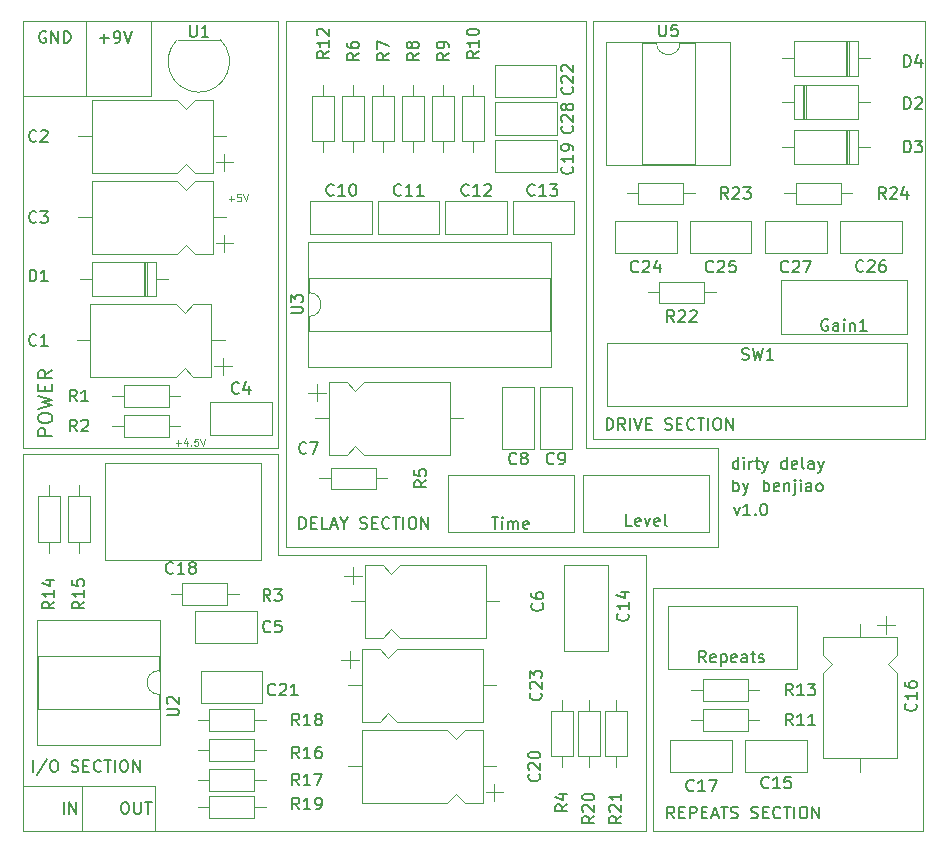
<source format=gbr>
%TF.GenerationSoftware,KiCad,Pcbnew,5.1.8+dfsg1-1~bpo10+1*%
%TF.CreationDate,2020-12-09T03:07:27+08:00*%
%TF.ProjectId,Dirty Delay,44697274-7920-4446-956c-61792e6b6963,rev?*%
%TF.SameCoordinates,Original*%
%TF.FileFunction,Legend,Top*%
%TF.FilePolarity,Positive*%
%FSLAX46Y46*%
G04 Gerber Fmt 4.6, Leading zero omitted, Abs format (unit mm)*
G04 Created by KiCad (PCBNEW 5.1.8+dfsg1-1~bpo10+1) date 2020-12-09 03:07:27*
%MOMM*%
%LPD*%
G01*
G04 APERTURE LIST*
%ADD10C,0.100000*%
%ADD11C,0.150000*%
%ADD12C,0.120000*%
G04 APERTURE END LIST*
D10*
X127244571Y-61383857D02*
X127701714Y-61383857D01*
X127473142Y-61612428D02*
X127473142Y-61155285D01*
X128273142Y-61012428D02*
X127987428Y-61012428D01*
X127958857Y-61298142D01*
X127987428Y-61269571D01*
X128044571Y-61241000D01*
X128187428Y-61241000D01*
X128244571Y-61269571D01*
X128273142Y-61298142D01*
X128301714Y-61355285D01*
X128301714Y-61498142D01*
X128273142Y-61555285D01*
X128244571Y-61583857D01*
X128187428Y-61612428D01*
X128044571Y-61612428D01*
X127987428Y-61583857D01*
X127958857Y-61555285D01*
X128473142Y-61012428D02*
X128673142Y-61612428D01*
X128873142Y-61012428D01*
X122752000Y-82084857D02*
X123209142Y-82084857D01*
X122980571Y-82313428D02*
X122980571Y-81856285D01*
X123752000Y-81913428D02*
X123752000Y-82313428D01*
X123609142Y-81684857D02*
X123466285Y-82113428D01*
X123837714Y-82113428D01*
X124066285Y-82256285D02*
X124094857Y-82284857D01*
X124066285Y-82313428D01*
X124037714Y-82284857D01*
X124066285Y-82256285D01*
X124066285Y-82313428D01*
X124637714Y-81713428D02*
X124352000Y-81713428D01*
X124323428Y-81999142D01*
X124352000Y-81970571D01*
X124409142Y-81942000D01*
X124552000Y-81942000D01*
X124609142Y-81970571D01*
X124637714Y-81999142D01*
X124666285Y-82056285D01*
X124666285Y-82199142D01*
X124637714Y-82256285D01*
X124609142Y-82284857D01*
X124552000Y-82313428D01*
X124409142Y-82313428D01*
X124352000Y-82284857D01*
X124323428Y-82256285D01*
X124837714Y-81713428D02*
X125037714Y-82313428D01*
X125237714Y-81713428D01*
D11*
X170021428Y-87542714D02*
X170259523Y-88209380D01*
X170497619Y-87542714D01*
X171402380Y-88209380D02*
X170830952Y-88209380D01*
X171116666Y-88209380D02*
X171116666Y-87209380D01*
X171021428Y-87352238D01*
X170926190Y-87447476D01*
X170830952Y-87495095D01*
X171830952Y-88114142D02*
X171878571Y-88161761D01*
X171830952Y-88209380D01*
X171783333Y-88161761D01*
X171830952Y-88114142D01*
X171830952Y-88209380D01*
X172497619Y-87209380D02*
X172592857Y-87209380D01*
X172688095Y-87257000D01*
X172735714Y-87304619D01*
X172783333Y-87399857D01*
X172830952Y-87590333D01*
X172830952Y-87828428D01*
X172783333Y-88018904D01*
X172735714Y-88114142D01*
X172688095Y-88161761D01*
X172592857Y-88209380D01*
X172497619Y-88209380D01*
X172402380Y-88161761D01*
X172354761Y-88114142D01*
X172307142Y-88018904D01*
X172259523Y-87828428D01*
X172259523Y-87590333D01*
X172307142Y-87399857D01*
X172354761Y-87304619D01*
X172402380Y-87257000D01*
X172497619Y-87209380D01*
X172529809Y-86177380D02*
X172529809Y-85177380D01*
X172529809Y-85558333D02*
X172625047Y-85510714D01*
X172815523Y-85510714D01*
X172910761Y-85558333D01*
X172958380Y-85605952D01*
X173006000Y-85701190D01*
X173006000Y-85986904D01*
X172958380Y-86082142D01*
X172910761Y-86129761D01*
X172815523Y-86177380D01*
X172625047Y-86177380D01*
X172529809Y-86129761D01*
X173815523Y-86129761D02*
X173720285Y-86177380D01*
X173529809Y-86177380D01*
X173434571Y-86129761D01*
X173386952Y-86034523D01*
X173386952Y-85653571D01*
X173434571Y-85558333D01*
X173529809Y-85510714D01*
X173720285Y-85510714D01*
X173815523Y-85558333D01*
X173863142Y-85653571D01*
X173863142Y-85748809D01*
X173386952Y-85844047D01*
X174291714Y-85510714D02*
X174291714Y-86177380D01*
X174291714Y-85605952D02*
X174339333Y-85558333D01*
X174434571Y-85510714D01*
X174577428Y-85510714D01*
X174672666Y-85558333D01*
X174720285Y-85653571D01*
X174720285Y-86177380D01*
X175196476Y-85510714D02*
X175196476Y-86367857D01*
X175148857Y-86463095D01*
X175053619Y-86510714D01*
X175006000Y-86510714D01*
X175196476Y-85177380D02*
X175148857Y-85225000D01*
X175196476Y-85272619D01*
X175244095Y-85225000D01*
X175196476Y-85177380D01*
X175196476Y-85272619D01*
X175672666Y-86177380D02*
X175672666Y-85510714D01*
X175672666Y-85177380D02*
X175625047Y-85225000D01*
X175672666Y-85272619D01*
X175720285Y-85225000D01*
X175672666Y-85177380D01*
X175672666Y-85272619D01*
X176577428Y-86177380D02*
X176577428Y-85653571D01*
X176529809Y-85558333D01*
X176434571Y-85510714D01*
X176244095Y-85510714D01*
X176148857Y-85558333D01*
X176577428Y-86129761D02*
X176482190Y-86177380D01*
X176244095Y-86177380D01*
X176148857Y-86129761D01*
X176101238Y-86034523D01*
X176101238Y-85939285D01*
X176148857Y-85844047D01*
X176244095Y-85796428D01*
X176482190Y-85796428D01*
X176577428Y-85748809D01*
X177196476Y-86177380D02*
X177101238Y-86129761D01*
X177053619Y-86082142D01*
X177006000Y-85986904D01*
X177006000Y-85701190D01*
X177053619Y-85605952D01*
X177101238Y-85558333D01*
X177196476Y-85510714D01*
X177339333Y-85510714D01*
X177434571Y-85558333D01*
X177482190Y-85605952D01*
X177529809Y-85701190D01*
X177529809Y-85986904D01*
X177482190Y-86082142D01*
X177434571Y-86129761D01*
X177339333Y-86177380D01*
X177196476Y-86177380D01*
X169965761Y-86177380D02*
X169965761Y-85177380D01*
X169965761Y-85558333D02*
X170061000Y-85510714D01*
X170251476Y-85510714D01*
X170346714Y-85558333D01*
X170394333Y-85605952D01*
X170441952Y-85701190D01*
X170441952Y-85986904D01*
X170394333Y-86082142D01*
X170346714Y-86129761D01*
X170251476Y-86177380D01*
X170061000Y-86177380D01*
X169965761Y-86129761D01*
X170775285Y-85510714D02*
X171013380Y-86177380D01*
X171251476Y-85510714D02*
X171013380Y-86177380D01*
X170918142Y-86415476D01*
X170870523Y-86463095D01*
X170775285Y-86510714D01*
X170378857Y-84272380D02*
X170378857Y-83272380D01*
X170378857Y-84224761D02*
X170283619Y-84272380D01*
X170093142Y-84272380D01*
X169997904Y-84224761D01*
X169950285Y-84177142D01*
X169902666Y-84081904D01*
X169902666Y-83796190D01*
X169950285Y-83700952D01*
X169997904Y-83653333D01*
X170093142Y-83605714D01*
X170283619Y-83605714D01*
X170378857Y-83653333D01*
X170855047Y-84272380D02*
X170855047Y-83605714D01*
X170855047Y-83272380D02*
X170807428Y-83320000D01*
X170855047Y-83367619D01*
X170902666Y-83320000D01*
X170855047Y-83272380D01*
X170855047Y-83367619D01*
X171331238Y-84272380D02*
X171331238Y-83605714D01*
X171331238Y-83796190D02*
X171378857Y-83700952D01*
X171426476Y-83653333D01*
X171521714Y-83605714D01*
X171616952Y-83605714D01*
X171807428Y-83605714D02*
X172188380Y-83605714D01*
X171950285Y-83272380D02*
X171950285Y-84129523D01*
X171997904Y-84224761D01*
X172093142Y-84272380D01*
X172188380Y-84272380D01*
X172426476Y-83605714D02*
X172664571Y-84272380D01*
X172902666Y-83605714D02*
X172664571Y-84272380D01*
X172569333Y-84510476D01*
X172521714Y-84558095D01*
X172426476Y-84605714D01*
X174474095Y-84272380D02*
X174474095Y-83272380D01*
X174474095Y-84224761D02*
X174378857Y-84272380D01*
X174188380Y-84272380D01*
X174093142Y-84224761D01*
X174045523Y-84177142D01*
X173997904Y-84081904D01*
X173997904Y-83796190D01*
X174045523Y-83700952D01*
X174093142Y-83653333D01*
X174188380Y-83605714D01*
X174378857Y-83605714D01*
X174474095Y-83653333D01*
X175331238Y-84224761D02*
X175236000Y-84272380D01*
X175045523Y-84272380D01*
X174950285Y-84224761D01*
X174902666Y-84129523D01*
X174902666Y-83748571D01*
X174950285Y-83653333D01*
X175045523Y-83605714D01*
X175236000Y-83605714D01*
X175331238Y-83653333D01*
X175378857Y-83748571D01*
X175378857Y-83843809D01*
X174902666Y-83939047D01*
X175950285Y-84272380D02*
X175855047Y-84224761D01*
X175807428Y-84129523D01*
X175807428Y-83272380D01*
X176759809Y-84272380D02*
X176759809Y-83748571D01*
X176712190Y-83653333D01*
X176616952Y-83605714D01*
X176426476Y-83605714D01*
X176331238Y-83653333D01*
X176759809Y-84224761D02*
X176664571Y-84272380D01*
X176426476Y-84272380D01*
X176331238Y-84224761D01*
X176283619Y-84129523D01*
X176283619Y-84034285D01*
X176331238Y-83939047D01*
X176426476Y-83891428D01*
X176664571Y-83891428D01*
X176759809Y-83843809D01*
X177140761Y-83605714D02*
X177378857Y-84272380D01*
X177616952Y-83605714D02*
X177378857Y-84272380D01*
X177283619Y-84510476D01*
X177236000Y-84558095D01*
X177140761Y-84605714D01*
X110665190Y-109926380D02*
X110665190Y-108926380D01*
X111855666Y-108878761D02*
X110998523Y-110164476D01*
X112379476Y-108926380D02*
X112569952Y-108926380D01*
X112665190Y-108974000D01*
X112760428Y-109069238D01*
X112808047Y-109259714D01*
X112808047Y-109593047D01*
X112760428Y-109783523D01*
X112665190Y-109878761D01*
X112569952Y-109926380D01*
X112379476Y-109926380D01*
X112284238Y-109878761D01*
X112189000Y-109783523D01*
X112141380Y-109593047D01*
X112141380Y-109259714D01*
X112189000Y-109069238D01*
X112284238Y-108974000D01*
X112379476Y-108926380D01*
X113950904Y-109878761D02*
X114093761Y-109926380D01*
X114331857Y-109926380D01*
X114427095Y-109878761D01*
X114474714Y-109831142D01*
X114522333Y-109735904D01*
X114522333Y-109640666D01*
X114474714Y-109545428D01*
X114427095Y-109497809D01*
X114331857Y-109450190D01*
X114141380Y-109402571D01*
X114046142Y-109354952D01*
X113998523Y-109307333D01*
X113950904Y-109212095D01*
X113950904Y-109116857D01*
X113998523Y-109021619D01*
X114046142Y-108974000D01*
X114141380Y-108926380D01*
X114379476Y-108926380D01*
X114522333Y-108974000D01*
X114950904Y-109402571D02*
X115284238Y-109402571D01*
X115427095Y-109926380D02*
X114950904Y-109926380D01*
X114950904Y-108926380D01*
X115427095Y-108926380D01*
X116427095Y-109831142D02*
X116379476Y-109878761D01*
X116236619Y-109926380D01*
X116141380Y-109926380D01*
X115998523Y-109878761D01*
X115903285Y-109783523D01*
X115855666Y-109688285D01*
X115808047Y-109497809D01*
X115808047Y-109354952D01*
X115855666Y-109164476D01*
X115903285Y-109069238D01*
X115998523Y-108974000D01*
X116141380Y-108926380D01*
X116236619Y-108926380D01*
X116379476Y-108974000D01*
X116427095Y-109021619D01*
X116712809Y-108926380D02*
X117284238Y-108926380D01*
X116998523Y-109926380D02*
X116998523Y-108926380D01*
X117617571Y-109926380D02*
X117617571Y-108926380D01*
X118284238Y-108926380D02*
X118474714Y-108926380D01*
X118569952Y-108974000D01*
X118665190Y-109069238D01*
X118712809Y-109259714D01*
X118712809Y-109593047D01*
X118665190Y-109783523D01*
X118569952Y-109878761D01*
X118474714Y-109926380D01*
X118284238Y-109926380D01*
X118189000Y-109878761D01*
X118093761Y-109783523D01*
X118046142Y-109593047D01*
X118046142Y-109259714D01*
X118093761Y-109069238D01*
X118189000Y-108974000D01*
X118284238Y-108926380D01*
X119141380Y-109926380D02*
X119141380Y-108926380D01*
X119712809Y-109926380D01*
X119712809Y-108926380D01*
D12*
X114808000Y-111125000D02*
X114808000Y-114935000D01*
X121031000Y-111125000D02*
X121031000Y-114935000D01*
X109855000Y-111125000D02*
X121031000Y-111125000D01*
X109855000Y-83058000D02*
X131445000Y-83058000D01*
X109855000Y-114935000D02*
X109855000Y-83058000D01*
X110617000Y-114935000D02*
X110490000Y-114935000D01*
X162560000Y-114935000D02*
X109855000Y-114935000D01*
X162560000Y-91567000D02*
X162560000Y-114935000D01*
X131445000Y-91440000D02*
X131445000Y-91567000D01*
X162560000Y-91567000D02*
X131445000Y-91567000D01*
X131445000Y-83058000D02*
X131445000Y-91567000D01*
X168656000Y-82550000D02*
X157480000Y-82550000D01*
X168656000Y-90932000D02*
X168656000Y-82550000D01*
X157480000Y-90932000D02*
X168656000Y-90932000D01*
X167894000Y-84836000D02*
X157226000Y-84836000D01*
X167894000Y-89662000D02*
X167894000Y-84836000D01*
X157226000Y-89662000D02*
X167894000Y-89662000D01*
X157226000Y-84836000D02*
X157226000Y-89662000D01*
D11*
X164957857Y-113863380D02*
X164624523Y-113387190D01*
X164386428Y-113863380D02*
X164386428Y-112863380D01*
X164767380Y-112863380D01*
X164862619Y-112911000D01*
X164910238Y-112958619D01*
X164957857Y-113053857D01*
X164957857Y-113196714D01*
X164910238Y-113291952D01*
X164862619Y-113339571D01*
X164767380Y-113387190D01*
X164386428Y-113387190D01*
X165386428Y-113339571D02*
X165719761Y-113339571D01*
X165862619Y-113863380D02*
X165386428Y-113863380D01*
X165386428Y-112863380D01*
X165862619Y-112863380D01*
X166291190Y-113863380D02*
X166291190Y-112863380D01*
X166672142Y-112863380D01*
X166767380Y-112911000D01*
X166815000Y-112958619D01*
X166862619Y-113053857D01*
X166862619Y-113196714D01*
X166815000Y-113291952D01*
X166767380Y-113339571D01*
X166672142Y-113387190D01*
X166291190Y-113387190D01*
X167291190Y-113339571D02*
X167624523Y-113339571D01*
X167767380Y-113863380D02*
X167291190Y-113863380D01*
X167291190Y-112863380D01*
X167767380Y-112863380D01*
X168148333Y-113577666D02*
X168624523Y-113577666D01*
X168053095Y-113863380D02*
X168386428Y-112863380D01*
X168719761Y-113863380D01*
X168910238Y-112863380D02*
X169481666Y-112863380D01*
X169195952Y-113863380D02*
X169195952Y-112863380D01*
X169767380Y-113815761D02*
X169910238Y-113863380D01*
X170148333Y-113863380D01*
X170243571Y-113815761D01*
X170291190Y-113768142D01*
X170338809Y-113672904D01*
X170338809Y-113577666D01*
X170291190Y-113482428D01*
X170243571Y-113434809D01*
X170148333Y-113387190D01*
X169957857Y-113339571D01*
X169862619Y-113291952D01*
X169815000Y-113244333D01*
X169767380Y-113149095D01*
X169767380Y-113053857D01*
X169815000Y-112958619D01*
X169862619Y-112911000D01*
X169957857Y-112863380D01*
X170195952Y-112863380D01*
X170338809Y-112911000D01*
X171481666Y-113815761D02*
X171624523Y-113863380D01*
X171862619Y-113863380D01*
X171957857Y-113815761D01*
X172005476Y-113768142D01*
X172053095Y-113672904D01*
X172053095Y-113577666D01*
X172005476Y-113482428D01*
X171957857Y-113434809D01*
X171862619Y-113387190D01*
X171672142Y-113339571D01*
X171576904Y-113291952D01*
X171529285Y-113244333D01*
X171481666Y-113149095D01*
X171481666Y-113053857D01*
X171529285Y-112958619D01*
X171576904Y-112911000D01*
X171672142Y-112863380D01*
X171910238Y-112863380D01*
X172053095Y-112911000D01*
X172481666Y-113339571D02*
X172815000Y-113339571D01*
X172957857Y-113863380D02*
X172481666Y-113863380D01*
X172481666Y-112863380D01*
X172957857Y-112863380D01*
X173957857Y-113768142D02*
X173910238Y-113815761D01*
X173767380Y-113863380D01*
X173672142Y-113863380D01*
X173529285Y-113815761D01*
X173434047Y-113720523D01*
X173386428Y-113625285D01*
X173338809Y-113434809D01*
X173338809Y-113291952D01*
X173386428Y-113101476D01*
X173434047Y-113006238D01*
X173529285Y-112911000D01*
X173672142Y-112863380D01*
X173767380Y-112863380D01*
X173910238Y-112911000D01*
X173957857Y-112958619D01*
X174243571Y-112863380D02*
X174815000Y-112863380D01*
X174529285Y-113863380D02*
X174529285Y-112863380D01*
X175148333Y-113863380D02*
X175148333Y-112863380D01*
X175815000Y-112863380D02*
X176005476Y-112863380D01*
X176100714Y-112911000D01*
X176195952Y-113006238D01*
X176243571Y-113196714D01*
X176243571Y-113530047D01*
X176195952Y-113720523D01*
X176100714Y-113815761D01*
X176005476Y-113863380D01*
X175815000Y-113863380D01*
X175719761Y-113815761D01*
X175624523Y-113720523D01*
X175576904Y-113530047D01*
X175576904Y-113196714D01*
X175624523Y-113006238D01*
X175719761Y-112911000D01*
X175815000Y-112863380D01*
X176672142Y-113863380D02*
X176672142Y-112863380D01*
X177243571Y-113863380D01*
X177243571Y-112863380D01*
D12*
X163195000Y-94361000D02*
X186055000Y-94361000D01*
X163195000Y-114935000D02*
X163195000Y-94361000D01*
X186055000Y-114935000D02*
X163195000Y-114935000D01*
X186055000Y-94361000D02*
X186055000Y-114935000D01*
X175387000Y-95885000D02*
X164465000Y-95885000D01*
X175387000Y-101219000D02*
X175387000Y-95885000D01*
X164465000Y-101219000D02*
X175387000Y-101219000D01*
X164465000Y-95885000D02*
X164465000Y-101219000D01*
D11*
X133231619Y-89352380D02*
X133231619Y-88352380D01*
X133469714Y-88352380D01*
X133612571Y-88400000D01*
X133707809Y-88495238D01*
X133755428Y-88590476D01*
X133803047Y-88780952D01*
X133803047Y-88923809D01*
X133755428Y-89114285D01*
X133707809Y-89209523D01*
X133612571Y-89304761D01*
X133469714Y-89352380D01*
X133231619Y-89352380D01*
X134231619Y-88828571D02*
X134564952Y-88828571D01*
X134707809Y-89352380D02*
X134231619Y-89352380D01*
X134231619Y-88352380D01*
X134707809Y-88352380D01*
X135612571Y-89352380D02*
X135136380Y-89352380D01*
X135136380Y-88352380D01*
X135898285Y-89066666D02*
X136374476Y-89066666D01*
X135803047Y-89352380D02*
X136136380Y-88352380D01*
X136469714Y-89352380D01*
X136993523Y-88876190D02*
X136993523Y-89352380D01*
X136660190Y-88352380D02*
X136993523Y-88876190D01*
X137326857Y-88352380D01*
X138374476Y-89304761D02*
X138517333Y-89352380D01*
X138755428Y-89352380D01*
X138850666Y-89304761D01*
X138898285Y-89257142D01*
X138945904Y-89161904D01*
X138945904Y-89066666D01*
X138898285Y-88971428D01*
X138850666Y-88923809D01*
X138755428Y-88876190D01*
X138564952Y-88828571D01*
X138469714Y-88780952D01*
X138422095Y-88733333D01*
X138374476Y-88638095D01*
X138374476Y-88542857D01*
X138422095Y-88447619D01*
X138469714Y-88400000D01*
X138564952Y-88352380D01*
X138803047Y-88352380D01*
X138945904Y-88400000D01*
X139374476Y-88828571D02*
X139707809Y-88828571D01*
X139850666Y-89352380D02*
X139374476Y-89352380D01*
X139374476Y-88352380D01*
X139850666Y-88352380D01*
X140850666Y-89257142D02*
X140803047Y-89304761D01*
X140660190Y-89352380D01*
X140564952Y-89352380D01*
X140422095Y-89304761D01*
X140326857Y-89209523D01*
X140279238Y-89114285D01*
X140231619Y-88923809D01*
X140231619Y-88780952D01*
X140279238Y-88590476D01*
X140326857Y-88495238D01*
X140422095Y-88400000D01*
X140564952Y-88352380D01*
X140660190Y-88352380D01*
X140803047Y-88400000D01*
X140850666Y-88447619D01*
X141136380Y-88352380D02*
X141707809Y-88352380D01*
X141422095Y-89352380D02*
X141422095Y-88352380D01*
X142041142Y-89352380D02*
X142041142Y-88352380D01*
X142707809Y-88352380D02*
X142898285Y-88352380D01*
X142993523Y-88400000D01*
X143088761Y-88495238D01*
X143136380Y-88685714D01*
X143136380Y-89019047D01*
X143088761Y-89209523D01*
X142993523Y-89304761D01*
X142898285Y-89352380D01*
X142707809Y-89352380D01*
X142612571Y-89304761D01*
X142517333Y-89209523D01*
X142469714Y-89019047D01*
X142469714Y-88685714D01*
X142517333Y-88495238D01*
X142612571Y-88400000D01*
X142707809Y-88352380D01*
X143564952Y-89352380D02*
X143564952Y-88352380D01*
X144136380Y-89352380D01*
X144136380Y-88352380D01*
D12*
X145796000Y-84836000D02*
X145796000Y-85090000D01*
X156464000Y-84836000D02*
X145796000Y-84836000D01*
X156464000Y-89662000D02*
X156464000Y-84836000D01*
X145796000Y-89662000D02*
X156464000Y-89662000D01*
X145796000Y-85090000D02*
X145796000Y-89662000D01*
X159258000Y-78994000D02*
X159258000Y-73660000D01*
X184658000Y-78994000D02*
X159258000Y-78994000D01*
X184658000Y-73660000D02*
X184658000Y-78994000D01*
X159258000Y-73660000D02*
X184658000Y-73660000D01*
X173990000Y-68326000D02*
X173990000Y-68580000D01*
X184658000Y-68326000D02*
X173990000Y-68326000D01*
X184658000Y-72898000D02*
X184658000Y-68326000D01*
X173990000Y-72898000D02*
X184658000Y-72898000D01*
X173990000Y-72644000D02*
X173990000Y-72898000D01*
X173990000Y-68580000D02*
X173990000Y-72644000D01*
X157480000Y-46355000D02*
X132080000Y-46355000D01*
X157480000Y-82550000D02*
X157480000Y-46355000D01*
X132080000Y-90932000D02*
X157480000Y-90932000D01*
X132080000Y-46355000D02*
X132080000Y-90932000D01*
D11*
X159234857Y-80970380D02*
X159234857Y-79970380D01*
X159472952Y-79970380D01*
X159615809Y-80018000D01*
X159711047Y-80113238D01*
X159758666Y-80208476D01*
X159806285Y-80398952D01*
X159806285Y-80541809D01*
X159758666Y-80732285D01*
X159711047Y-80827523D01*
X159615809Y-80922761D01*
X159472952Y-80970380D01*
X159234857Y-80970380D01*
X160806285Y-80970380D02*
X160472952Y-80494190D01*
X160234857Y-80970380D02*
X160234857Y-79970380D01*
X160615809Y-79970380D01*
X160711047Y-80018000D01*
X160758666Y-80065619D01*
X160806285Y-80160857D01*
X160806285Y-80303714D01*
X160758666Y-80398952D01*
X160711047Y-80446571D01*
X160615809Y-80494190D01*
X160234857Y-80494190D01*
X161234857Y-80970380D02*
X161234857Y-79970380D01*
X161568190Y-79970380D02*
X161901523Y-80970380D01*
X162234857Y-79970380D01*
X162568190Y-80446571D02*
X162901523Y-80446571D01*
X163044380Y-80970380D02*
X162568190Y-80970380D01*
X162568190Y-79970380D01*
X163044380Y-79970380D01*
X164187238Y-80922761D02*
X164330095Y-80970380D01*
X164568190Y-80970380D01*
X164663428Y-80922761D01*
X164711047Y-80875142D01*
X164758666Y-80779904D01*
X164758666Y-80684666D01*
X164711047Y-80589428D01*
X164663428Y-80541809D01*
X164568190Y-80494190D01*
X164377714Y-80446571D01*
X164282476Y-80398952D01*
X164234857Y-80351333D01*
X164187238Y-80256095D01*
X164187238Y-80160857D01*
X164234857Y-80065619D01*
X164282476Y-80018000D01*
X164377714Y-79970380D01*
X164615809Y-79970380D01*
X164758666Y-80018000D01*
X165187238Y-80446571D02*
X165520571Y-80446571D01*
X165663428Y-80970380D02*
X165187238Y-80970380D01*
X165187238Y-79970380D01*
X165663428Y-79970380D01*
X166663428Y-80875142D02*
X166615809Y-80922761D01*
X166472952Y-80970380D01*
X166377714Y-80970380D01*
X166234857Y-80922761D01*
X166139619Y-80827523D01*
X166092000Y-80732285D01*
X166044380Y-80541809D01*
X166044380Y-80398952D01*
X166092000Y-80208476D01*
X166139619Y-80113238D01*
X166234857Y-80018000D01*
X166377714Y-79970380D01*
X166472952Y-79970380D01*
X166615809Y-80018000D01*
X166663428Y-80065619D01*
X166949142Y-79970380D02*
X167520571Y-79970380D01*
X167234857Y-80970380D02*
X167234857Y-79970380D01*
X167853904Y-80970380D02*
X167853904Y-79970380D01*
X168520571Y-79970380D02*
X168711047Y-79970380D01*
X168806285Y-80018000D01*
X168901523Y-80113238D01*
X168949142Y-80303714D01*
X168949142Y-80637047D01*
X168901523Y-80827523D01*
X168806285Y-80922761D01*
X168711047Y-80970380D01*
X168520571Y-80970380D01*
X168425333Y-80922761D01*
X168330095Y-80827523D01*
X168282476Y-80637047D01*
X168282476Y-80303714D01*
X168330095Y-80113238D01*
X168425333Y-80018000D01*
X168520571Y-79970380D01*
X169377714Y-80970380D02*
X169377714Y-79970380D01*
X169949142Y-80970380D01*
X169949142Y-79970380D01*
X112302857Y-81511428D02*
X111102857Y-81511428D01*
X111102857Y-81054285D01*
X111160000Y-80940000D01*
X111217142Y-80882857D01*
X111331428Y-80825714D01*
X111502857Y-80825714D01*
X111617142Y-80882857D01*
X111674285Y-80940000D01*
X111731428Y-81054285D01*
X111731428Y-81511428D01*
X111102857Y-80082857D02*
X111102857Y-79854285D01*
X111160000Y-79740000D01*
X111274285Y-79625714D01*
X111502857Y-79568571D01*
X111902857Y-79568571D01*
X112131428Y-79625714D01*
X112245714Y-79740000D01*
X112302857Y-79854285D01*
X112302857Y-80082857D01*
X112245714Y-80197142D01*
X112131428Y-80311428D01*
X111902857Y-80368571D01*
X111502857Y-80368571D01*
X111274285Y-80311428D01*
X111160000Y-80197142D01*
X111102857Y-80082857D01*
X111102857Y-79168571D02*
X112302857Y-78882857D01*
X111445714Y-78654285D01*
X112302857Y-78425714D01*
X111102857Y-78140000D01*
X111674285Y-77682857D02*
X111674285Y-77282857D01*
X112302857Y-77111428D02*
X112302857Y-77682857D01*
X111102857Y-77682857D01*
X111102857Y-77111428D01*
X112302857Y-75911428D02*
X111731428Y-76311428D01*
X112302857Y-76597142D02*
X111102857Y-76597142D01*
X111102857Y-76140000D01*
X111160000Y-76025714D01*
X111217142Y-75968571D01*
X111331428Y-75911428D01*
X111502857Y-75911428D01*
X111617142Y-75968571D01*
X111674285Y-76025714D01*
X111731428Y-76140000D01*
X111731428Y-76597142D01*
D12*
X186182000Y-46355000D02*
X158115000Y-46355000D01*
X186182000Y-81788000D02*
X186182000Y-46355000D01*
X158115000Y-81788000D02*
X186182000Y-81788000D01*
X158115000Y-46355000D02*
X158115000Y-81788000D01*
D11*
X111760095Y-47252000D02*
X111664857Y-47204380D01*
X111522000Y-47204380D01*
X111379142Y-47252000D01*
X111283904Y-47347238D01*
X111236285Y-47442476D01*
X111188666Y-47632952D01*
X111188666Y-47775809D01*
X111236285Y-47966285D01*
X111283904Y-48061523D01*
X111379142Y-48156761D01*
X111522000Y-48204380D01*
X111617238Y-48204380D01*
X111760095Y-48156761D01*
X111807714Y-48109142D01*
X111807714Y-47775809D01*
X111617238Y-47775809D01*
X112236285Y-48204380D02*
X112236285Y-47204380D01*
X112807714Y-48204380D01*
X112807714Y-47204380D01*
X113283904Y-48204380D02*
X113283904Y-47204380D01*
X113522000Y-47204380D01*
X113664857Y-47252000D01*
X113760095Y-47347238D01*
X113807714Y-47442476D01*
X113855333Y-47632952D01*
X113855333Y-47775809D01*
X113807714Y-47966285D01*
X113760095Y-48061523D01*
X113664857Y-48156761D01*
X113522000Y-48204380D01*
X113283904Y-48204380D01*
X116316285Y-47823428D02*
X117078190Y-47823428D01*
X116697238Y-48204380D02*
X116697238Y-47442476D01*
X117602000Y-48204380D02*
X117792476Y-48204380D01*
X117887714Y-48156761D01*
X117935333Y-48109142D01*
X118030571Y-47966285D01*
X118078190Y-47775809D01*
X118078190Y-47394857D01*
X118030571Y-47299619D01*
X117982952Y-47252000D01*
X117887714Y-47204380D01*
X117697238Y-47204380D01*
X117602000Y-47252000D01*
X117554380Y-47299619D01*
X117506761Y-47394857D01*
X117506761Y-47632952D01*
X117554380Y-47728190D01*
X117602000Y-47775809D01*
X117697238Y-47823428D01*
X117887714Y-47823428D01*
X117982952Y-47775809D01*
X118030571Y-47728190D01*
X118078190Y-47632952D01*
X118363904Y-47204380D02*
X118697238Y-48204380D01*
X119030571Y-47204380D01*
D12*
X115189000Y-46355000D02*
X115189000Y-52705000D01*
X120650000Y-52705000D02*
X109855000Y-52705000D01*
X120650000Y-46355000D02*
X120650000Y-52705000D01*
X131445000Y-46355000D02*
X109855000Y-46355000D01*
X131445000Y-82550000D02*
X131445000Y-46355000D01*
X109855000Y-82550000D02*
X131445000Y-82550000D01*
X109855000Y-46355000D02*
X109855000Y-82550000D01*
%TO.C,C1*%
X114383000Y-73406000D02*
X115523000Y-73406000D01*
X126903000Y-73406000D02*
X125763000Y-73406000D01*
X122763000Y-70286000D02*
X115523000Y-70286000D01*
X123513000Y-71036000D02*
X122763000Y-70286000D01*
X124263000Y-70286000D02*
X123513000Y-71036000D01*
X125763000Y-70286000D02*
X124263000Y-70286000D01*
X122763000Y-76526000D02*
X115523000Y-76526000D01*
X123513000Y-75776000D02*
X122763000Y-76526000D01*
X124263000Y-76526000D02*
X123513000Y-75776000D01*
X125763000Y-76526000D02*
X124263000Y-76526000D01*
X115523000Y-76526000D02*
X115523000Y-70286000D01*
X125763000Y-76526000D02*
X125763000Y-70286000D01*
X126763000Y-76356000D02*
X126763000Y-74856000D01*
X127513000Y-75606000D02*
X126013000Y-75606000D01*
%TO.C,U5*%
X169715000Y-48140000D02*
X159215000Y-48140000D01*
X169715000Y-58540000D02*
X169715000Y-48140000D01*
X159215000Y-58540000D02*
X169715000Y-58540000D01*
X159215000Y-48140000D02*
X159215000Y-58540000D01*
X166715000Y-48200000D02*
X165465000Y-48200000D01*
X166715000Y-58480000D02*
X166715000Y-48200000D01*
X162215000Y-58480000D02*
X166715000Y-58480000D01*
X162215000Y-48200000D02*
X162215000Y-58480000D01*
X163465000Y-48200000D02*
X162215000Y-48200000D01*
X165465000Y-48200000D02*
G75*
G02*
X163465000Y-48200000I-1000000J0D01*
G01*
%TO.C,C2*%
X127640000Y-58334000D02*
X126140000Y-58334000D01*
X126890000Y-59084000D02*
X126890000Y-57584000D01*
X125890000Y-59254000D02*
X125890000Y-53014000D01*
X115650000Y-59254000D02*
X115650000Y-53014000D01*
X125890000Y-59254000D02*
X124390000Y-59254000D01*
X124390000Y-59254000D02*
X123640000Y-58504000D01*
X123640000Y-58504000D02*
X122890000Y-59254000D01*
X122890000Y-59254000D02*
X115650000Y-59254000D01*
X125890000Y-53014000D02*
X124390000Y-53014000D01*
X124390000Y-53014000D02*
X123640000Y-53764000D01*
X123640000Y-53764000D02*
X122890000Y-53014000D01*
X122890000Y-53014000D02*
X115650000Y-53014000D01*
X127030000Y-56134000D02*
X125890000Y-56134000D01*
X114510000Y-56134000D02*
X115650000Y-56134000D01*
%TO.C,C3*%
X114510000Y-62992000D02*
X115650000Y-62992000D01*
X127030000Y-62992000D02*
X125890000Y-62992000D01*
X122890000Y-59872000D02*
X115650000Y-59872000D01*
X123640000Y-60622000D02*
X122890000Y-59872000D01*
X124390000Y-59872000D02*
X123640000Y-60622000D01*
X125890000Y-59872000D02*
X124390000Y-59872000D01*
X122890000Y-66112000D02*
X115650000Y-66112000D01*
X123640000Y-65362000D02*
X122890000Y-66112000D01*
X124390000Y-66112000D02*
X123640000Y-65362000D01*
X125890000Y-66112000D02*
X124390000Y-66112000D01*
X115650000Y-66112000D02*
X115650000Y-59872000D01*
X125890000Y-66112000D02*
X125890000Y-59872000D01*
X126890000Y-65942000D02*
X126890000Y-64442000D01*
X127640000Y-65192000D02*
X126140000Y-65192000D01*
%TO.C,C4*%
X130910000Y-81380000D02*
X125670000Y-81380000D01*
X130910000Y-78640000D02*
X125670000Y-78640000D01*
X130910000Y-81380000D02*
X130910000Y-78640000D01*
X125670000Y-81380000D02*
X125670000Y-78640000D01*
%TO.C,C5*%
X129640000Y-99033000D02*
X124400000Y-99033000D01*
X129640000Y-96293000D02*
X124400000Y-96293000D01*
X129640000Y-99033000D02*
X129640000Y-96293000D01*
X124400000Y-99033000D02*
X124400000Y-96293000D01*
%TO.C,C6*%
X150158000Y-95504000D02*
X149018000Y-95504000D01*
X137638000Y-95504000D02*
X138778000Y-95504000D01*
X141778000Y-98624000D02*
X149018000Y-98624000D01*
X141028000Y-97874000D02*
X141778000Y-98624000D01*
X140278000Y-98624000D02*
X141028000Y-97874000D01*
X138778000Y-98624000D02*
X140278000Y-98624000D01*
X141778000Y-92384000D02*
X149018000Y-92384000D01*
X141028000Y-93134000D02*
X141778000Y-92384000D01*
X140278000Y-92384000D02*
X141028000Y-93134000D01*
X138778000Y-92384000D02*
X140278000Y-92384000D01*
X149018000Y-92384000D02*
X149018000Y-98624000D01*
X138778000Y-92384000D02*
X138778000Y-98624000D01*
X137778000Y-92554000D02*
X137778000Y-94054000D01*
X137028000Y-93304000D02*
X138528000Y-93304000D01*
%TO.C,C7*%
X147110000Y-80010000D02*
X145970000Y-80010000D01*
X134590000Y-80010000D02*
X135730000Y-80010000D01*
X138730000Y-83130000D02*
X145970000Y-83130000D01*
X137980000Y-82380000D02*
X138730000Y-83130000D01*
X137230000Y-83130000D02*
X137980000Y-82380000D01*
X135730000Y-83130000D02*
X137230000Y-83130000D01*
X138730000Y-76890000D02*
X145970000Y-76890000D01*
X137980000Y-77640000D02*
X138730000Y-76890000D01*
X137230000Y-76890000D02*
X137980000Y-77640000D01*
X135730000Y-76890000D02*
X137230000Y-76890000D01*
X145970000Y-76890000D02*
X145970000Y-83130000D01*
X135730000Y-76890000D02*
X135730000Y-83130000D01*
X134730000Y-77060000D02*
X134730000Y-78560000D01*
X133980000Y-77810000D02*
X135480000Y-77810000D01*
%TO.C,C8*%
X153135000Y-77370000D02*
X153135000Y-82610000D01*
X150395000Y-77370000D02*
X150395000Y-82610000D01*
X153135000Y-77370000D02*
X150395000Y-77370000D01*
X153135000Y-82610000D02*
X150395000Y-82610000D01*
%TO.C,C9*%
X156310000Y-82610000D02*
X153570000Y-82610000D01*
X156310000Y-77370000D02*
X153570000Y-77370000D01*
X153570000Y-77370000D02*
X153570000Y-82610000D01*
X156310000Y-77370000D02*
X156310000Y-82610000D01*
%TO.C,C10*%
X139379000Y-61622000D02*
X139379000Y-64362000D01*
X134139000Y-61622000D02*
X134139000Y-64362000D01*
X134139000Y-64362000D02*
X139379000Y-64362000D01*
X134139000Y-61622000D02*
X139379000Y-61622000D01*
%TO.C,C11*%
X139854000Y-61622000D02*
X145094000Y-61622000D01*
X139854000Y-64362000D02*
X145094000Y-64362000D01*
X139854000Y-61622000D02*
X139854000Y-64362000D01*
X145094000Y-61622000D02*
X145094000Y-64362000D01*
%TO.C,C12*%
X150809000Y-61622000D02*
X150809000Y-64362000D01*
X145569000Y-61622000D02*
X145569000Y-64362000D01*
X145569000Y-64362000D02*
X150809000Y-64362000D01*
X145569000Y-61622000D02*
X150809000Y-61622000D01*
%TO.C,C13*%
X151284000Y-61622000D02*
X156524000Y-61622000D01*
X151284000Y-64362000D02*
X156524000Y-64362000D01*
X151284000Y-61622000D02*
X151284000Y-64362000D01*
X156524000Y-61622000D02*
X156524000Y-64362000D01*
%TO.C,C14*%
X155610000Y-92432000D02*
X159350000Y-92432000D01*
X155610000Y-99672000D02*
X159350000Y-99672000D01*
X159350000Y-99672000D02*
X159350000Y-92432000D01*
X155610000Y-99672000D02*
X155610000Y-92432000D01*
%TO.C,C15*%
X170969000Y-109955000D02*
X170969000Y-107215000D01*
X176209000Y-109955000D02*
X176209000Y-107215000D01*
X176209000Y-107215000D02*
X170969000Y-107215000D01*
X176209000Y-109955000D02*
X170969000Y-109955000D01*
%TO.C,C16*%
X182921000Y-96769000D02*
X182921000Y-98269000D01*
X183671000Y-97519000D02*
X182171000Y-97519000D01*
X183841000Y-98519000D02*
X177601000Y-98519000D01*
X183841000Y-108759000D02*
X177601000Y-108759000D01*
X183841000Y-98519000D02*
X183841000Y-100019000D01*
X183841000Y-100019000D02*
X183091000Y-100769000D01*
X183091000Y-100769000D02*
X183841000Y-101519000D01*
X183841000Y-101519000D02*
X183841000Y-108759000D01*
X177601000Y-98519000D02*
X177601000Y-100019000D01*
X177601000Y-100019000D02*
X178351000Y-100769000D01*
X178351000Y-100769000D02*
X177601000Y-101519000D01*
X177601000Y-101519000D02*
X177601000Y-108759000D01*
X180721000Y-97379000D02*
X180721000Y-98519000D01*
X180721000Y-109899000D02*
X180721000Y-108759000D01*
%TO.C,C17*%
X169859000Y-109955000D02*
X164619000Y-109955000D01*
X169859000Y-107215000D02*
X164619000Y-107215000D01*
X169859000Y-109955000D02*
X169859000Y-107215000D01*
X164619000Y-109955000D02*
X164619000Y-107215000D01*
%TO.C,C18*%
X129984000Y-83764000D02*
X129984000Y-92004000D01*
X116744000Y-83764000D02*
X116744000Y-92004000D01*
X116744000Y-92004000D02*
X129984000Y-92004000D01*
X116744000Y-83764000D02*
X129984000Y-83764000D01*
%TO.C,C19*%
X155040000Y-59155000D02*
X149800000Y-59155000D01*
X155040000Y-56415000D02*
X149800000Y-56415000D01*
X155040000Y-59155000D02*
X155040000Y-56415000D01*
X149800000Y-59155000D02*
X149800000Y-56415000D01*
%TO.C,C20*%
X137370000Y-109474000D02*
X138510000Y-109474000D01*
X149890000Y-109474000D02*
X148750000Y-109474000D01*
X145750000Y-106354000D02*
X138510000Y-106354000D01*
X146500000Y-107104000D02*
X145750000Y-106354000D01*
X147250000Y-106354000D02*
X146500000Y-107104000D01*
X148750000Y-106354000D02*
X147250000Y-106354000D01*
X145750000Y-112594000D02*
X138510000Y-112594000D01*
X146500000Y-111844000D02*
X145750000Y-112594000D01*
X147250000Y-112594000D02*
X146500000Y-111844000D01*
X148750000Y-112594000D02*
X147250000Y-112594000D01*
X138510000Y-112594000D02*
X138510000Y-106354000D01*
X148750000Y-112594000D02*
X148750000Y-106354000D01*
X149750000Y-112424000D02*
X149750000Y-110924000D01*
X150500000Y-111674000D02*
X149000000Y-111674000D01*
%TO.C,C21*%
X130108000Y-101373000D02*
X130108000Y-104113000D01*
X124868000Y-101373000D02*
X124868000Y-104113000D01*
X124868000Y-104113000D02*
X130108000Y-104113000D01*
X124868000Y-101373000D02*
X130108000Y-101373000D01*
%TO.C,C22*%
X155000000Y-50065000D02*
X155000000Y-52805000D01*
X149760000Y-50065000D02*
X149760000Y-52805000D01*
X149760000Y-52805000D02*
X155000000Y-52805000D01*
X149760000Y-50065000D02*
X155000000Y-50065000D01*
%TO.C,C23*%
X136774000Y-100416000D02*
X138274000Y-100416000D01*
X137524000Y-99666000D02*
X137524000Y-101166000D01*
X138524000Y-99496000D02*
X138524000Y-105736000D01*
X148764000Y-99496000D02*
X148764000Y-105736000D01*
X138524000Y-99496000D02*
X140024000Y-99496000D01*
X140024000Y-99496000D02*
X140774000Y-100246000D01*
X140774000Y-100246000D02*
X141524000Y-99496000D01*
X141524000Y-99496000D02*
X148764000Y-99496000D01*
X138524000Y-105736000D02*
X140024000Y-105736000D01*
X140024000Y-105736000D02*
X140774000Y-104986000D01*
X140774000Y-104986000D02*
X141524000Y-105736000D01*
X141524000Y-105736000D02*
X148764000Y-105736000D01*
X137384000Y-102616000D02*
X138524000Y-102616000D01*
X149904000Y-102616000D02*
X148764000Y-102616000D01*
%TO.C,C24*%
X165200000Y-66013000D02*
X159960000Y-66013000D01*
X165200000Y-63273000D02*
X159960000Y-63273000D01*
X165200000Y-66013000D02*
X165200000Y-63273000D01*
X159960000Y-66013000D02*
X159960000Y-63273000D01*
%TO.C,C25*%
X171510000Y-63273000D02*
X171510000Y-66013000D01*
X166270000Y-63273000D02*
X166270000Y-66013000D01*
X166270000Y-66013000D02*
X171510000Y-66013000D01*
X166270000Y-63273000D02*
X171510000Y-63273000D01*
%TO.C,C26*%
X179010000Y-66013000D02*
X179010000Y-63273000D01*
X184250000Y-66013000D02*
X184250000Y-63273000D01*
X184250000Y-63273000D02*
X179010000Y-63273000D01*
X184250000Y-66013000D02*
X179010000Y-66013000D01*
%TO.C,C27*%
X172660000Y-66013000D02*
X172660000Y-63273000D01*
X177900000Y-66013000D02*
X177900000Y-63273000D01*
X177900000Y-63273000D02*
X172660000Y-63273000D01*
X177900000Y-66013000D02*
X172660000Y-66013000D01*
%TO.C,C28*%
X155040000Y-55980000D02*
X149800000Y-55980000D01*
X155040000Y-53240000D02*
X149800000Y-53240000D01*
X155040000Y-55980000D02*
X155040000Y-53240000D01*
X149800000Y-55980000D02*
X149800000Y-53240000D01*
%TO.C,D1*%
X121084000Y-69669000D02*
X121084000Y-66729000D01*
X121084000Y-66729000D02*
X115644000Y-66729000D01*
X115644000Y-66729000D02*
X115644000Y-69669000D01*
X115644000Y-69669000D02*
X121084000Y-69669000D01*
X122104000Y-68199000D02*
X121084000Y-68199000D01*
X114624000Y-68199000D02*
X115644000Y-68199000D01*
X120184000Y-69669000D02*
X120184000Y-66729000D01*
X120064000Y-69669000D02*
X120064000Y-66729000D01*
X120304000Y-69669000D02*
X120304000Y-66729000D01*
%TO.C,D2*%
X179740000Y-51000000D02*
X179740000Y-48060000D01*
X179500000Y-51000000D02*
X179500000Y-48060000D01*
X179620000Y-51000000D02*
X179620000Y-48060000D01*
X174060000Y-49530000D02*
X175080000Y-49530000D01*
X181540000Y-49530000D02*
X180520000Y-49530000D01*
X175080000Y-51000000D02*
X180520000Y-51000000D01*
X175080000Y-48060000D02*
X175080000Y-51000000D01*
X180520000Y-48060000D02*
X175080000Y-48060000D01*
X180520000Y-51000000D02*
X180520000Y-48060000D01*
%TO.C,D3*%
X180520000Y-58493000D02*
X180520000Y-55553000D01*
X180520000Y-55553000D02*
X175080000Y-55553000D01*
X175080000Y-55553000D02*
X175080000Y-58493000D01*
X175080000Y-58493000D02*
X180520000Y-58493000D01*
X181540000Y-57023000D02*
X180520000Y-57023000D01*
X174060000Y-57023000D02*
X175080000Y-57023000D01*
X179620000Y-58493000D02*
X179620000Y-55553000D01*
X179500000Y-58493000D02*
X179500000Y-55553000D01*
X179740000Y-58493000D02*
X179740000Y-55553000D01*
%TO.C,D4*%
X175860000Y-51743000D02*
X175860000Y-54683000D01*
X176100000Y-51743000D02*
X176100000Y-54683000D01*
X175980000Y-51743000D02*
X175980000Y-54683000D01*
X181540000Y-53213000D02*
X180520000Y-53213000D01*
X174060000Y-53213000D02*
X175080000Y-53213000D01*
X180520000Y-51743000D02*
X175080000Y-51743000D01*
X180520000Y-54683000D02*
X180520000Y-51743000D01*
X175080000Y-54683000D02*
X180520000Y-54683000D01*
X175080000Y-51743000D02*
X175080000Y-54683000D01*
%TO.C,R1*%
X123139000Y-78105000D02*
X122189000Y-78105000D01*
X117399000Y-78105000D02*
X118349000Y-78105000D01*
X122189000Y-77185000D02*
X118349000Y-77185000D01*
X122189000Y-79025000D02*
X122189000Y-77185000D01*
X118349000Y-79025000D02*
X122189000Y-79025000D01*
X118349000Y-77185000D02*
X118349000Y-79025000D01*
%TO.C,R2*%
X122189000Y-81565000D02*
X122189000Y-79725000D01*
X122189000Y-79725000D02*
X118349000Y-79725000D01*
X118349000Y-79725000D02*
X118349000Y-81565000D01*
X118349000Y-81565000D02*
X122189000Y-81565000D01*
X123139000Y-80645000D02*
X122189000Y-80645000D01*
X117399000Y-80645000D02*
X118349000Y-80645000D01*
%TO.C,R3*%
X122352000Y-94869000D02*
X123302000Y-94869000D01*
X128092000Y-94869000D02*
X127142000Y-94869000D01*
X123302000Y-95789000D02*
X127142000Y-95789000D01*
X123302000Y-93949000D02*
X123302000Y-95789000D01*
X127142000Y-93949000D02*
X123302000Y-93949000D01*
X127142000Y-95789000D02*
X127142000Y-93949000D01*
%TO.C,R4*%
X154528000Y-108600000D02*
X156368000Y-108600000D01*
X156368000Y-108600000D02*
X156368000Y-104760000D01*
X156368000Y-104760000D02*
X154528000Y-104760000D01*
X154528000Y-104760000D02*
X154528000Y-108600000D01*
X155448000Y-109550000D02*
X155448000Y-108600000D01*
X155448000Y-103810000D02*
X155448000Y-104760000D01*
%TO.C,R5*%
X140665000Y-85090000D02*
X139715000Y-85090000D01*
X134925000Y-85090000D02*
X135875000Y-85090000D01*
X139715000Y-84170000D02*
X135875000Y-84170000D01*
X139715000Y-86010000D02*
X139715000Y-84170000D01*
X135875000Y-86010000D02*
X139715000Y-86010000D01*
X135875000Y-84170000D02*
X135875000Y-86010000D01*
%TO.C,R6*%
X137795000Y-57480000D02*
X137795000Y-56530000D01*
X137795000Y-51740000D02*
X137795000Y-52690000D01*
X138715000Y-56530000D02*
X138715000Y-52690000D01*
X136875000Y-56530000D02*
X138715000Y-56530000D01*
X136875000Y-52690000D02*
X136875000Y-56530000D01*
X138715000Y-52690000D02*
X136875000Y-52690000D01*
%TO.C,R7*%
X139415000Y-56530000D02*
X141255000Y-56530000D01*
X141255000Y-56530000D02*
X141255000Y-52690000D01*
X141255000Y-52690000D02*
X139415000Y-52690000D01*
X139415000Y-52690000D02*
X139415000Y-56530000D01*
X140335000Y-57480000D02*
X140335000Y-56530000D01*
X140335000Y-51740000D02*
X140335000Y-52690000D01*
%TO.C,R8*%
X141955000Y-56530000D02*
X143795000Y-56530000D01*
X143795000Y-56530000D02*
X143795000Y-52690000D01*
X143795000Y-52690000D02*
X141955000Y-52690000D01*
X141955000Y-52690000D02*
X141955000Y-56530000D01*
X142875000Y-57480000D02*
X142875000Y-56530000D01*
X142875000Y-51740000D02*
X142875000Y-52690000D01*
%TO.C,R9*%
X145415000Y-51740000D02*
X145415000Y-52690000D01*
X145415000Y-57480000D02*
X145415000Y-56530000D01*
X144495000Y-52690000D02*
X144495000Y-56530000D01*
X146335000Y-52690000D02*
X144495000Y-52690000D01*
X146335000Y-56530000D02*
X146335000Y-52690000D01*
X144495000Y-56530000D02*
X146335000Y-56530000D01*
%TO.C,R10*%
X147955000Y-51740000D02*
X147955000Y-52690000D01*
X147955000Y-57480000D02*
X147955000Y-56530000D01*
X147035000Y-52690000D02*
X147035000Y-56530000D01*
X148875000Y-52690000D02*
X147035000Y-52690000D01*
X148875000Y-56530000D02*
X148875000Y-52690000D01*
X147035000Y-56530000D02*
X148875000Y-56530000D01*
%TO.C,R11*%
X171211000Y-106457000D02*
X171211000Y-104617000D01*
X171211000Y-104617000D02*
X167371000Y-104617000D01*
X167371000Y-104617000D02*
X167371000Y-106457000D01*
X167371000Y-106457000D02*
X171211000Y-106457000D01*
X172161000Y-105537000D02*
X171211000Y-105537000D01*
X166421000Y-105537000D02*
X167371000Y-105537000D01*
%TO.C,R12*%
X134335000Y-56530000D02*
X136175000Y-56530000D01*
X136175000Y-56530000D02*
X136175000Y-52690000D01*
X136175000Y-52690000D02*
X134335000Y-52690000D01*
X134335000Y-52690000D02*
X134335000Y-56530000D01*
X135255000Y-57480000D02*
X135255000Y-56530000D01*
X135255000Y-51740000D02*
X135255000Y-52690000D01*
%TO.C,R13*%
X172161000Y-102997000D02*
X171211000Y-102997000D01*
X166421000Y-102997000D02*
X167371000Y-102997000D01*
X171211000Y-102077000D02*
X167371000Y-102077000D01*
X171211000Y-103917000D02*
X171211000Y-102077000D01*
X167371000Y-103917000D02*
X171211000Y-103917000D01*
X167371000Y-102077000D02*
X167371000Y-103917000D01*
%TO.C,R14*%
X112014000Y-85649000D02*
X112014000Y-86599000D01*
X112014000Y-91389000D02*
X112014000Y-90439000D01*
X111094000Y-86599000D02*
X111094000Y-90439000D01*
X112934000Y-86599000D02*
X111094000Y-86599000D01*
X112934000Y-90439000D02*
X112934000Y-86599000D01*
X111094000Y-90439000D02*
X112934000Y-90439000D01*
%TO.C,R15*%
X114554000Y-85649000D02*
X114554000Y-86599000D01*
X114554000Y-91389000D02*
X114554000Y-90439000D01*
X113634000Y-86599000D02*
X113634000Y-90439000D01*
X115474000Y-86599000D02*
X113634000Y-86599000D01*
X115474000Y-90439000D02*
X115474000Y-86599000D01*
X113634000Y-90439000D02*
X115474000Y-90439000D01*
%TO.C,R16*%
X124638000Y-108077000D02*
X125588000Y-108077000D01*
X130378000Y-108077000D02*
X129428000Y-108077000D01*
X125588000Y-108997000D02*
X129428000Y-108997000D01*
X125588000Y-107157000D02*
X125588000Y-108997000D01*
X129428000Y-107157000D02*
X125588000Y-107157000D01*
X129428000Y-108997000D02*
X129428000Y-107157000D01*
%TO.C,R17*%
X129428000Y-111537000D02*
X129428000Y-109697000D01*
X129428000Y-109697000D02*
X125588000Y-109697000D01*
X125588000Y-109697000D02*
X125588000Y-111537000D01*
X125588000Y-111537000D02*
X129428000Y-111537000D01*
X130378000Y-110617000D02*
X129428000Y-110617000D01*
X124638000Y-110617000D02*
X125588000Y-110617000D01*
%TO.C,R18*%
X130378000Y-105537000D02*
X129428000Y-105537000D01*
X124638000Y-105537000D02*
X125588000Y-105537000D01*
X129428000Y-104617000D02*
X125588000Y-104617000D01*
X129428000Y-106457000D02*
X129428000Y-104617000D01*
X125588000Y-106457000D02*
X129428000Y-106457000D01*
X125588000Y-104617000D02*
X125588000Y-106457000D01*
%TO.C,R19*%
X129428000Y-113823000D02*
X129428000Y-111983000D01*
X129428000Y-111983000D02*
X125588000Y-111983000D01*
X125588000Y-111983000D02*
X125588000Y-113823000D01*
X125588000Y-113823000D02*
X129428000Y-113823000D01*
X130378000Y-112903000D02*
X129428000Y-112903000D01*
X124638000Y-112903000D02*
X125588000Y-112903000D01*
%TO.C,R20*%
X157734000Y-103810000D02*
X157734000Y-104760000D01*
X157734000Y-109550000D02*
X157734000Y-108600000D01*
X156814000Y-104760000D02*
X156814000Y-108600000D01*
X158654000Y-104760000D02*
X156814000Y-104760000D01*
X158654000Y-108600000D02*
X158654000Y-104760000D01*
X156814000Y-108600000D02*
X158654000Y-108600000D01*
%TO.C,R21*%
X160940000Y-104760000D02*
X159100000Y-104760000D01*
X159100000Y-104760000D02*
X159100000Y-108600000D01*
X159100000Y-108600000D02*
X160940000Y-108600000D01*
X160940000Y-108600000D02*
X160940000Y-104760000D01*
X160020000Y-103810000D02*
X160020000Y-104760000D01*
X160020000Y-109550000D02*
X160020000Y-108600000D01*
%TO.C,R22*%
X163688000Y-68422000D02*
X163688000Y-70262000D01*
X163688000Y-70262000D02*
X167528000Y-70262000D01*
X167528000Y-70262000D02*
X167528000Y-68422000D01*
X167528000Y-68422000D02*
X163688000Y-68422000D01*
X162738000Y-69342000D02*
X163688000Y-69342000D01*
X168478000Y-69342000D02*
X167528000Y-69342000D01*
%TO.C,R23*%
X161910000Y-60040000D02*
X161910000Y-61880000D01*
X161910000Y-61880000D02*
X165750000Y-61880000D01*
X165750000Y-61880000D02*
X165750000Y-60040000D01*
X165750000Y-60040000D02*
X161910000Y-60040000D01*
X160960000Y-60960000D02*
X161910000Y-60960000D01*
X166700000Y-60960000D02*
X165750000Y-60960000D01*
%TO.C,R24*%
X175245000Y-60040000D02*
X175245000Y-61880000D01*
X175245000Y-61880000D02*
X179085000Y-61880000D01*
X179085000Y-61880000D02*
X179085000Y-60040000D01*
X179085000Y-60040000D02*
X175245000Y-60040000D01*
X174295000Y-60960000D02*
X175245000Y-60960000D01*
X180035000Y-60960000D02*
X179085000Y-60960000D01*
%TO.C,U2*%
X121345000Y-101362000D02*
X121345000Y-100112000D01*
X121345000Y-100112000D02*
X111065000Y-100112000D01*
X111065000Y-100112000D02*
X111065000Y-104612000D01*
X111065000Y-104612000D02*
X121345000Y-104612000D01*
X121345000Y-104612000D02*
X121345000Y-103362000D01*
X121405000Y-97112000D02*
X111005000Y-97112000D01*
X111005000Y-97112000D02*
X111005000Y-107612000D01*
X111005000Y-107612000D02*
X121405000Y-107612000D01*
X121405000Y-107612000D02*
X121405000Y-97112000D01*
X121345000Y-103362000D02*
G75*
G02*
X121345000Y-101362000I0J1000000D01*
G01*
%TO.C,U3*%
X133992000Y-65108000D02*
X133992000Y-75608000D01*
X154552000Y-65108000D02*
X133992000Y-65108000D01*
X154552000Y-75608000D02*
X154552000Y-65108000D01*
X133992000Y-75608000D02*
X154552000Y-75608000D01*
X134052000Y-68108000D02*
X134052000Y-69358000D01*
X154492000Y-68108000D02*
X134052000Y-68108000D01*
X154492000Y-72608000D02*
X154492000Y-68108000D01*
X134052000Y-72608000D02*
X154492000Y-72608000D01*
X134052000Y-71358000D02*
X134052000Y-72608000D01*
X134052000Y-69358000D02*
G75*
G02*
X134052000Y-71358000I0J-1000000D01*
G01*
%TO.C,U1*%
X126514000Y-47934000D02*
X122914000Y-47934000D01*
X126552478Y-47945522D02*
G75*
G02*
X124714000Y-52384000I-1838478J-1838478D01*
G01*
X122875522Y-47945522D02*
G75*
G03*
X124714000Y-52384000I1838478J-1838478D01*
G01*
%TO.C,C1*%
D11*
X110958333Y-73763142D02*
X110910714Y-73810761D01*
X110767857Y-73858380D01*
X110672619Y-73858380D01*
X110529761Y-73810761D01*
X110434523Y-73715523D01*
X110386904Y-73620285D01*
X110339285Y-73429809D01*
X110339285Y-73286952D01*
X110386904Y-73096476D01*
X110434523Y-73001238D01*
X110529761Y-72906000D01*
X110672619Y-72858380D01*
X110767857Y-72858380D01*
X110910714Y-72906000D01*
X110958333Y-72953619D01*
X111910714Y-73858380D02*
X111339285Y-73858380D01*
X111625000Y-73858380D02*
X111625000Y-72858380D01*
X111529761Y-73001238D01*
X111434523Y-73096476D01*
X111339285Y-73144095D01*
%TO.C,U5*%
X163703095Y-46652380D02*
X163703095Y-47461904D01*
X163750714Y-47557142D01*
X163798333Y-47604761D01*
X163893571Y-47652380D01*
X164084047Y-47652380D01*
X164179285Y-47604761D01*
X164226904Y-47557142D01*
X164274523Y-47461904D01*
X164274523Y-46652380D01*
X165226904Y-46652380D02*
X164750714Y-46652380D01*
X164703095Y-47128571D01*
X164750714Y-47080952D01*
X164845952Y-47033333D01*
X165084047Y-47033333D01*
X165179285Y-47080952D01*
X165226904Y-47128571D01*
X165274523Y-47223809D01*
X165274523Y-47461904D01*
X165226904Y-47557142D01*
X165179285Y-47604761D01*
X165084047Y-47652380D01*
X164845952Y-47652380D01*
X164750714Y-47604761D01*
X164703095Y-47557142D01*
%TO.C,C2*%
X110958333Y-56491142D02*
X110910714Y-56538761D01*
X110767857Y-56586380D01*
X110672619Y-56586380D01*
X110529761Y-56538761D01*
X110434523Y-56443523D01*
X110386904Y-56348285D01*
X110339285Y-56157809D01*
X110339285Y-56014952D01*
X110386904Y-55824476D01*
X110434523Y-55729238D01*
X110529761Y-55634000D01*
X110672619Y-55586380D01*
X110767857Y-55586380D01*
X110910714Y-55634000D01*
X110958333Y-55681619D01*
X111339285Y-55681619D02*
X111386904Y-55634000D01*
X111482142Y-55586380D01*
X111720238Y-55586380D01*
X111815476Y-55634000D01*
X111863095Y-55681619D01*
X111910714Y-55776857D01*
X111910714Y-55872095D01*
X111863095Y-56014952D01*
X111291666Y-56586380D01*
X111910714Y-56586380D01*
%TO.C,C3*%
X110958333Y-63349142D02*
X110910714Y-63396761D01*
X110767857Y-63444380D01*
X110672619Y-63444380D01*
X110529761Y-63396761D01*
X110434523Y-63301523D01*
X110386904Y-63206285D01*
X110339285Y-63015809D01*
X110339285Y-62872952D01*
X110386904Y-62682476D01*
X110434523Y-62587238D01*
X110529761Y-62492000D01*
X110672619Y-62444380D01*
X110767857Y-62444380D01*
X110910714Y-62492000D01*
X110958333Y-62539619D01*
X111291666Y-62444380D02*
X111910714Y-62444380D01*
X111577380Y-62825333D01*
X111720238Y-62825333D01*
X111815476Y-62872952D01*
X111863095Y-62920571D01*
X111910714Y-63015809D01*
X111910714Y-63253904D01*
X111863095Y-63349142D01*
X111815476Y-63396761D01*
X111720238Y-63444380D01*
X111434523Y-63444380D01*
X111339285Y-63396761D01*
X111291666Y-63349142D01*
%TO.C,C4*%
X128103333Y-77827142D02*
X128055714Y-77874761D01*
X127912857Y-77922380D01*
X127817619Y-77922380D01*
X127674761Y-77874761D01*
X127579523Y-77779523D01*
X127531904Y-77684285D01*
X127484285Y-77493809D01*
X127484285Y-77350952D01*
X127531904Y-77160476D01*
X127579523Y-77065238D01*
X127674761Y-76970000D01*
X127817619Y-76922380D01*
X127912857Y-76922380D01*
X128055714Y-76970000D01*
X128103333Y-77017619D01*
X128960476Y-77255714D02*
X128960476Y-77922380D01*
X128722380Y-76874761D02*
X128484285Y-77589047D01*
X129103333Y-77589047D01*
%TO.C,C5*%
X130770333Y-98020142D02*
X130722714Y-98067761D01*
X130579857Y-98115380D01*
X130484619Y-98115380D01*
X130341761Y-98067761D01*
X130246523Y-97972523D01*
X130198904Y-97877285D01*
X130151285Y-97686809D01*
X130151285Y-97543952D01*
X130198904Y-97353476D01*
X130246523Y-97258238D01*
X130341761Y-97163000D01*
X130484619Y-97115380D01*
X130579857Y-97115380D01*
X130722714Y-97163000D01*
X130770333Y-97210619D01*
X131675095Y-97115380D02*
X131198904Y-97115380D01*
X131151285Y-97591571D01*
X131198904Y-97543952D01*
X131294142Y-97496333D01*
X131532238Y-97496333D01*
X131627476Y-97543952D01*
X131675095Y-97591571D01*
X131722714Y-97686809D01*
X131722714Y-97924904D01*
X131675095Y-98020142D01*
X131627476Y-98067761D01*
X131532238Y-98115380D01*
X131294142Y-98115380D01*
X131198904Y-98067761D01*
X131151285Y-98020142D01*
%TO.C,C6*%
X153773142Y-95670666D02*
X153820761Y-95718285D01*
X153868380Y-95861142D01*
X153868380Y-95956380D01*
X153820761Y-96099238D01*
X153725523Y-96194476D01*
X153630285Y-96242095D01*
X153439809Y-96289714D01*
X153296952Y-96289714D01*
X153106476Y-96242095D01*
X153011238Y-96194476D01*
X152916000Y-96099238D01*
X152868380Y-95956380D01*
X152868380Y-95861142D01*
X152916000Y-95718285D01*
X152963619Y-95670666D01*
X152868380Y-94813523D02*
X152868380Y-95004000D01*
X152916000Y-95099238D01*
X152963619Y-95146857D01*
X153106476Y-95242095D01*
X153296952Y-95289714D01*
X153677904Y-95289714D01*
X153773142Y-95242095D01*
X153820761Y-95194476D01*
X153868380Y-95099238D01*
X153868380Y-94908761D01*
X153820761Y-94813523D01*
X153773142Y-94765904D01*
X153677904Y-94718285D01*
X153439809Y-94718285D01*
X153344571Y-94765904D01*
X153296952Y-94813523D01*
X153249333Y-94908761D01*
X153249333Y-95099238D01*
X153296952Y-95194476D01*
X153344571Y-95242095D01*
X153439809Y-95289714D01*
%TO.C,C7*%
X133818333Y-82907142D02*
X133770714Y-82954761D01*
X133627857Y-83002380D01*
X133532619Y-83002380D01*
X133389761Y-82954761D01*
X133294523Y-82859523D01*
X133246904Y-82764285D01*
X133199285Y-82573809D01*
X133199285Y-82430952D01*
X133246904Y-82240476D01*
X133294523Y-82145238D01*
X133389761Y-82050000D01*
X133532619Y-82002380D01*
X133627857Y-82002380D01*
X133770714Y-82050000D01*
X133818333Y-82097619D01*
X134151666Y-82002380D02*
X134818333Y-82002380D01*
X134389761Y-83002380D01*
%TO.C,C8*%
X151598333Y-83796142D02*
X151550714Y-83843761D01*
X151407857Y-83891380D01*
X151312619Y-83891380D01*
X151169761Y-83843761D01*
X151074523Y-83748523D01*
X151026904Y-83653285D01*
X150979285Y-83462809D01*
X150979285Y-83319952D01*
X151026904Y-83129476D01*
X151074523Y-83034238D01*
X151169761Y-82939000D01*
X151312619Y-82891380D01*
X151407857Y-82891380D01*
X151550714Y-82939000D01*
X151598333Y-82986619D01*
X152169761Y-83319952D02*
X152074523Y-83272333D01*
X152026904Y-83224714D01*
X151979285Y-83129476D01*
X151979285Y-83081857D01*
X152026904Y-82986619D01*
X152074523Y-82939000D01*
X152169761Y-82891380D01*
X152360238Y-82891380D01*
X152455476Y-82939000D01*
X152503095Y-82986619D01*
X152550714Y-83081857D01*
X152550714Y-83129476D01*
X152503095Y-83224714D01*
X152455476Y-83272333D01*
X152360238Y-83319952D01*
X152169761Y-83319952D01*
X152074523Y-83367571D01*
X152026904Y-83415190D01*
X151979285Y-83510428D01*
X151979285Y-83700904D01*
X152026904Y-83796142D01*
X152074523Y-83843761D01*
X152169761Y-83891380D01*
X152360238Y-83891380D01*
X152455476Y-83843761D01*
X152503095Y-83796142D01*
X152550714Y-83700904D01*
X152550714Y-83510428D01*
X152503095Y-83415190D01*
X152455476Y-83367571D01*
X152360238Y-83319952D01*
%TO.C,C9*%
X154773333Y-83796142D02*
X154725714Y-83843761D01*
X154582857Y-83891380D01*
X154487619Y-83891380D01*
X154344761Y-83843761D01*
X154249523Y-83748523D01*
X154201904Y-83653285D01*
X154154285Y-83462809D01*
X154154285Y-83319952D01*
X154201904Y-83129476D01*
X154249523Y-83034238D01*
X154344761Y-82939000D01*
X154487619Y-82891380D01*
X154582857Y-82891380D01*
X154725714Y-82939000D01*
X154773333Y-82986619D01*
X155249523Y-83891380D02*
X155440000Y-83891380D01*
X155535238Y-83843761D01*
X155582857Y-83796142D01*
X155678095Y-83653285D01*
X155725714Y-83462809D01*
X155725714Y-83081857D01*
X155678095Y-82986619D01*
X155630476Y-82939000D01*
X155535238Y-82891380D01*
X155344761Y-82891380D01*
X155249523Y-82939000D01*
X155201904Y-82986619D01*
X155154285Y-83081857D01*
X155154285Y-83319952D01*
X155201904Y-83415190D01*
X155249523Y-83462809D01*
X155344761Y-83510428D01*
X155535238Y-83510428D01*
X155630476Y-83462809D01*
X155678095Y-83415190D01*
X155725714Y-83319952D01*
%TO.C,C10*%
X136136142Y-61063142D02*
X136088523Y-61110761D01*
X135945666Y-61158380D01*
X135850428Y-61158380D01*
X135707571Y-61110761D01*
X135612333Y-61015523D01*
X135564714Y-60920285D01*
X135517095Y-60729809D01*
X135517095Y-60586952D01*
X135564714Y-60396476D01*
X135612333Y-60301238D01*
X135707571Y-60206000D01*
X135850428Y-60158380D01*
X135945666Y-60158380D01*
X136088523Y-60206000D01*
X136136142Y-60253619D01*
X137088523Y-61158380D02*
X136517095Y-61158380D01*
X136802809Y-61158380D02*
X136802809Y-60158380D01*
X136707571Y-60301238D01*
X136612333Y-60396476D01*
X136517095Y-60444095D01*
X137707571Y-60158380D02*
X137802809Y-60158380D01*
X137898047Y-60206000D01*
X137945666Y-60253619D01*
X137993285Y-60348857D01*
X138040904Y-60539333D01*
X138040904Y-60777428D01*
X137993285Y-60967904D01*
X137945666Y-61063142D01*
X137898047Y-61110761D01*
X137802809Y-61158380D01*
X137707571Y-61158380D01*
X137612333Y-61110761D01*
X137564714Y-61063142D01*
X137517095Y-60967904D01*
X137469476Y-60777428D01*
X137469476Y-60539333D01*
X137517095Y-60348857D01*
X137564714Y-60253619D01*
X137612333Y-60206000D01*
X137707571Y-60158380D01*
%TO.C,C11*%
X141851142Y-61063142D02*
X141803523Y-61110761D01*
X141660666Y-61158380D01*
X141565428Y-61158380D01*
X141422571Y-61110761D01*
X141327333Y-61015523D01*
X141279714Y-60920285D01*
X141232095Y-60729809D01*
X141232095Y-60586952D01*
X141279714Y-60396476D01*
X141327333Y-60301238D01*
X141422571Y-60206000D01*
X141565428Y-60158380D01*
X141660666Y-60158380D01*
X141803523Y-60206000D01*
X141851142Y-60253619D01*
X142803523Y-61158380D02*
X142232095Y-61158380D01*
X142517809Y-61158380D02*
X142517809Y-60158380D01*
X142422571Y-60301238D01*
X142327333Y-60396476D01*
X142232095Y-60444095D01*
X143755904Y-61158380D02*
X143184476Y-61158380D01*
X143470190Y-61158380D02*
X143470190Y-60158380D01*
X143374952Y-60301238D01*
X143279714Y-60396476D01*
X143184476Y-60444095D01*
%TO.C,C12*%
X147566142Y-61063142D02*
X147518523Y-61110761D01*
X147375666Y-61158380D01*
X147280428Y-61158380D01*
X147137571Y-61110761D01*
X147042333Y-61015523D01*
X146994714Y-60920285D01*
X146947095Y-60729809D01*
X146947095Y-60586952D01*
X146994714Y-60396476D01*
X147042333Y-60301238D01*
X147137571Y-60206000D01*
X147280428Y-60158380D01*
X147375666Y-60158380D01*
X147518523Y-60206000D01*
X147566142Y-60253619D01*
X148518523Y-61158380D02*
X147947095Y-61158380D01*
X148232809Y-61158380D02*
X148232809Y-60158380D01*
X148137571Y-60301238D01*
X148042333Y-60396476D01*
X147947095Y-60444095D01*
X148899476Y-60253619D02*
X148947095Y-60206000D01*
X149042333Y-60158380D01*
X149280428Y-60158380D01*
X149375666Y-60206000D01*
X149423285Y-60253619D01*
X149470904Y-60348857D01*
X149470904Y-60444095D01*
X149423285Y-60586952D01*
X148851857Y-61158380D01*
X149470904Y-61158380D01*
%TO.C,C13*%
X153154142Y-61063142D02*
X153106523Y-61110761D01*
X152963666Y-61158380D01*
X152868428Y-61158380D01*
X152725571Y-61110761D01*
X152630333Y-61015523D01*
X152582714Y-60920285D01*
X152535095Y-60729809D01*
X152535095Y-60586952D01*
X152582714Y-60396476D01*
X152630333Y-60301238D01*
X152725571Y-60206000D01*
X152868428Y-60158380D01*
X152963666Y-60158380D01*
X153106523Y-60206000D01*
X153154142Y-60253619D01*
X154106523Y-61158380D02*
X153535095Y-61158380D01*
X153820809Y-61158380D02*
X153820809Y-60158380D01*
X153725571Y-60301238D01*
X153630333Y-60396476D01*
X153535095Y-60444095D01*
X154439857Y-60158380D02*
X155058904Y-60158380D01*
X154725571Y-60539333D01*
X154868428Y-60539333D01*
X154963666Y-60586952D01*
X155011285Y-60634571D01*
X155058904Y-60729809D01*
X155058904Y-60967904D01*
X155011285Y-61063142D01*
X154963666Y-61110761D01*
X154868428Y-61158380D01*
X154582714Y-61158380D01*
X154487476Y-61110761D01*
X154439857Y-61063142D01*
%TO.C,C14*%
X161012142Y-96527857D02*
X161059761Y-96575476D01*
X161107380Y-96718333D01*
X161107380Y-96813571D01*
X161059761Y-96956428D01*
X160964523Y-97051666D01*
X160869285Y-97099285D01*
X160678809Y-97146904D01*
X160535952Y-97146904D01*
X160345476Y-97099285D01*
X160250238Y-97051666D01*
X160155000Y-96956428D01*
X160107380Y-96813571D01*
X160107380Y-96718333D01*
X160155000Y-96575476D01*
X160202619Y-96527857D01*
X161107380Y-95575476D02*
X161107380Y-96146904D01*
X161107380Y-95861190D02*
X160107380Y-95861190D01*
X160250238Y-95956428D01*
X160345476Y-96051666D01*
X160393095Y-96146904D01*
X160440714Y-94718333D02*
X161107380Y-94718333D01*
X160059761Y-94956428D02*
X160774047Y-95194523D01*
X160774047Y-94575476D01*
%TO.C,C15*%
X172966142Y-111228142D02*
X172918523Y-111275761D01*
X172775666Y-111323380D01*
X172680428Y-111323380D01*
X172537571Y-111275761D01*
X172442333Y-111180523D01*
X172394714Y-111085285D01*
X172347095Y-110894809D01*
X172347095Y-110751952D01*
X172394714Y-110561476D01*
X172442333Y-110466238D01*
X172537571Y-110371000D01*
X172680428Y-110323380D01*
X172775666Y-110323380D01*
X172918523Y-110371000D01*
X172966142Y-110418619D01*
X173918523Y-111323380D02*
X173347095Y-111323380D01*
X173632809Y-111323380D02*
X173632809Y-110323380D01*
X173537571Y-110466238D01*
X173442333Y-110561476D01*
X173347095Y-110609095D01*
X174823285Y-110323380D02*
X174347095Y-110323380D01*
X174299476Y-110799571D01*
X174347095Y-110751952D01*
X174442333Y-110704333D01*
X174680428Y-110704333D01*
X174775666Y-110751952D01*
X174823285Y-110799571D01*
X174870904Y-110894809D01*
X174870904Y-111132904D01*
X174823285Y-111228142D01*
X174775666Y-111275761D01*
X174680428Y-111323380D01*
X174442333Y-111323380D01*
X174347095Y-111275761D01*
X174299476Y-111228142D01*
%TO.C,C16*%
X185396142Y-104147857D02*
X185443761Y-104195476D01*
X185491380Y-104338333D01*
X185491380Y-104433571D01*
X185443761Y-104576428D01*
X185348523Y-104671666D01*
X185253285Y-104719285D01*
X185062809Y-104766904D01*
X184919952Y-104766904D01*
X184729476Y-104719285D01*
X184634238Y-104671666D01*
X184539000Y-104576428D01*
X184491380Y-104433571D01*
X184491380Y-104338333D01*
X184539000Y-104195476D01*
X184586619Y-104147857D01*
X185491380Y-103195476D02*
X185491380Y-103766904D01*
X185491380Y-103481190D02*
X184491380Y-103481190D01*
X184634238Y-103576428D01*
X184729476Y-103671666D01*
X184777095Y-103766904D01*
X184491380Y-102338333D02*
X184491380Y-102528809D01*
X184539000Y-102624047D01*
X184586619Y-102671666D01*
X184729476Y-102766904D01*
X184919952Y-102814523D01*
X185300904Y-102814523D01*
X185396142Y-102766904D01*
X185443761Y-102719285D01*
X185491380Y-102624047D01*
X185491380Y-102433571D01*
X185443761Y-102338333D01*
X185396142Y-102290714D01*
X185300904Y-102243095D01*
X185062809Y-102243095D01*
X184967571Y-102290714D01*
X184919952Y-102338333D01*
X184872333Y-102433571D01*
X184872333Y-102624047D01*
X184919952Y-102719285D01*
X184967571Y-102766904D01*
X185062809Y-102814523D01*
%TO.C,C17*%
X166616142Y-111482142D02*
X166568523Y-111529761D01*
X166425666Y-111577380D01*
X166330428Y-111577380D01*
X166187571Y-111529761D01*
X166092333Y-111434523D01*
X166044714Y-111339285D01*
X165997095Y-111148809D01*
X165997095Y-111005952D01*
X166044714Y-110815476D01*
X166092333Y-110720238D01*
X166187571Y-110625000D01*
X166330428Y-110577380D01*
X166425666Y-110577380D01*
X166568523Y-110625000D01*
X166616142Y-110672619D01*
X167568523Y-111577380D02*
X166997095Y-111577380D01*
X167282809Y-111577380D02*
X167282809Y-110577380D01*
X167187571Y-110720238D01*
X167092333Y-110815476D01*
X166997095Y-110863095D01*
X167901857Y-110577380D02*
X168568523Y-110577380D01*
X168139952Y-111577380D01*
%TO.C,C18*%
X122547142Y-93067142D02*
X122499523Y-93114761D01*
X122356666Y-93162380D01*
X122261428Y-93162380D01*
X122118571Y-93114761D01*
X122023333Y-93019523D01*
X121975714Y-92924285D01*
X121928095Y-92733809D01*
X121928095Y-92590952D01*
X121975714Y-92400476D01*
X122023333Y-92305238D01*
X122118571Y-92210000D01*
X122261428Y-92162380D01*
X122356666Y-92162380D01*
X122499523Y-92210000D01*
X122547142Y-92257619D01*
X123499523Y-93162380D02*
X122928095Y-93162380D01*
X123213809Y-93162380D02*
X123213809Y-92162380D01*
X123118571Y-92305238D01*
X123023333Y-92400476D01*
X122928095Y-92448095D01*
X124070952Y-92590952D02*
X123975714Y-92543333D01*
X123928095Y-92495714D01*
X123880476Y-92400476D01*
X123880476Y-92352857D01*
X123928095Y-92257619D01*
X123975714Y-92210000D01*
X124070952Y-92162380D01*
X124261428Y-92162380D01*
X124356666Y-92210000D01*
X124404285Y-92257619D01*
X124451904Y-92352857D01*
X124451904Y-92400476D01*
X124404285Y-92495714D01*
X124356666Y-92543333D01*
X124261428Y-92590952D01*
X124070952Y-92590952D01*
X123975714Y-92638571D01*
X123928095Y-92686190D01*
X123880476Y-92781428D01*
X123880476Y-92971904D01*
X123928095Y-93067142D01*
X123975714Y-93114761D01*
X124070952Y-93162380D01*
X124261428Y-93162380D01*
X124356666Y-93114761D01*
X124404285Y-93067142D01*
X124451904Y-92971904D01*
X124451904Y-92781428D01*
X124404285Y-92686190D01*
X124356666Y-92638571D01*
X124261428Y-92590952D01*
%TO.C,C19*%
X156313142Y-58681857D02*
X156360761Y-58729476D01*
X156408380Y-58872333D01*
X156408380Y-58967571D01*
X156360761Y-59110428D01*
X156265523Y-59205666D01*
X156170285Y-59253285D01*
X155979809Y-59300904D01*
X155836952Y-59300904D01*
X155646476Y-59253285D01*
X155551238Y-59205666D01*
X155456000Y-59110428D01*
X155408380Y-58967571D01*
X155408380Y-58872333D01*
X155456000Y-58729476D01*
X155503619Y-58681857D01*
X156408380Y-57729476D02*
X156408380Y-58300904D01*
X156408380Y-58015190D02*
X155408380Y-58015190D01*
X155551238Y-58110428D01*
X155646476Y-58205666D01*
X155694095Y-58300904D01*
X156408380Y-57253285D02*
X156408380Y-57062809D01*
X156360761Y-56967571D01*
X156313142Y-56919952D01*
X156170285Y-56824714D01*
X155979809Y-56777095D01*
X155598857Y-56777095D01*
X155503619Y-56824714D01*
X155456000Y-56872333D01*
X155408380Y-56967571D01*
X155408380Y-57158047D01*
X155456000Y-57253285D01*
X155503619Y-57300904D01*
X155598857Y-57348523D01*
X155836952Y-57348523D01*
X155932190Y-57300904D01*
X155979809Y-57253285D01*
X156027428Y-57158047D01*
X156027428Y-56967571D01*
X155979809Y-56872333D01*
X155932190Y-56824714D01*
X155836952Y-56777095D01*
%TO.C,C20*%
X153519142Y-110116857D02*
X153566761Y-110164476D01*
X153614380Y-110307333D01*
X153614380Y-110402571D01*
X153566761Y-110545428D01*
X153471523Y-110640666D01*
X153376285Y-110688285D01*
X153185809Y-110735904D01*
X153042952Y-110735904D01*
X152852476Y-110688285D01*
X152757238Y-110640666D01*
X152662000Y-110545428D01*
X152614380Y-110402571D01*
X152614380Y-110307333D01*
X152662000Y-110164476D01*
X152709619Y-110116857D01*
X152709619Y-109735904D02*
X152662000Y-109688285D01*
X152614380Y-109593047D01*
X152614380Y-109354952D01*
X152662000Y-109259714D01*
X152709619Y-109212095D01*
X152804857Y-109164476D01*
X152900095Y-109164476D01*
X153042952Y-109212095D01*
X153614380Y-109783523D01*
X153614380Y-109164476D01*
X152614380Y-108545428D02*
X152614380Y-108450190D01*
X152662000Y-108354952D01*
X152709619Y-108307333D01*
X152804857Y-108259714D01*
X152995333Y-108212095D01*
X153233428Y-108212095D01*
X153423904Y-108259714D01*
X153519142Y-108307333D01*
X153566761Y-108354952D01*
X153614380Y-108450190D01*
X153614380Y-108545428D01*
X153566761Y-108640666D01*
X153519142Y-108688285D01*
X153423904Y-108735904D01*
X153233428Y-108783523D01*
X152995333Y-108783523D01*
X152804857Y-108735904D01*
X152709619Y-108688285D01*
X152662000Y-108640666D01*
X152614380Y-108545428D01*
%TO.C,C21*%
X131183142Y-103354142D02*
X131135523Y-103401761D01*
X130992666Y-103449380D01*
X130897428Y-103449380D01*
X130754571Y-103401761D01*
X130659333Y-103306523D01*
X130611714Y-103211285D01*
X130564095Y-103020809D01*
X130564095Y-102877952D01*
X130611714Y-102687476D01*
X130659333Y-102592238D01*
X130754571Y-102497000D01*
X130897428Y-102449380D01*
X130992666Y-102449380D01*
X131135523Y-102497000D01*
X131183142Y-102544619D01*
X131564095Y-102544619D02*
X131611714Y-102497000D01*
X131706952Y-102449380D01*
X131945047Y-102449380D01*
X132040285Y-102497000D01*
X132087904Y-102544619D01*
X132135523Y-102639857D01*
X132135523Y-102735095D01*
X132087904Y-102877952D01*
X131516476Y-103449380D01*
X132135523Y-103449380D01*
X133087904Y-103449380D02*
X132516476Y-103449380D01*
X132802190Y-103449380D02*
X132802190Y-102449380D01*
X132706952Y-102592238D01*
X132611714Y-102687476D01*
X132516476Y-102735095D01*
%TO.C,C22*%
X156313142Y-51950857D02*
X156360761Y-51998476D01*
X156408380Y-52141333D01*
X156408380Y-52236571D01*
X156360761Y-52379428D01*
X156265523Y-52474666D01*
X156170285Y-52522285D01*
X155979809Y-52569904D01*
X155836952Y-52569904D01*
X155646476Y-52522285D01*
X155551238Y-52474666D01*
X155456000Y-52379428D01*
X155408380Y-52236571D01*
X155408380Y-52141333D01*
X155456000Y-51998476D01*
X155503619Y-51950857D01*
X155503619Y-51569904D02*
X155456000Y-51522285D01*
X155408380Y-51427047D01*
X155408380Y-51188952D01*
X155456000Y-51093714D01*
X155503619Y-51046095D01*
X155598857Y-50998476D01*
X155694095Y-50998476D01*
X155836952Y-51046095D01*
X156408380Y-51617523D01*
X156408380Y-50998476D01*
X155503619Y-50617523D02*
X155456000Y-50569904D01*
X155408380Y-50474666D01*
X155408380Y-50236571D01*
X155456000Y-50141333D01*
X155503619Y-50093714D01*
X155598857Y-50046095D01*
X155694095Y-50046095D01*
X155836952Y-50093714D01*
X156408380Y-50665142D01*
X156408380Y-50046095D01*
%TO.C,C23*%
X153646142Y-103258857D02*
X153693761Y-103306476D01*
X153741380Y-103449333D01*
X153741380Y-103544571D01*
X153693761Y-103687428D01*
X153598523Y-103782666D01*
X153503285Y-103830285D01*
X153312809Y-103877904D01*
X153169952Y-103877904D01*
X152979476Y-103830285D01*
X152884238Y-103782666D01*
X152789000Y-103687428D01*
X152741380Y-103544571D01*
X152741380Y-103449333D01*
X152789000Y-103306476D01*
X152836619Y-103258857D01*
X152836619Y-102877904D02*
X152789000Y-102830285D01*
X152741380Y-102735047D01*
X152741380Y-102496952D01*
X152789000Y-102401714D01*
X152836619Y-102354095D01*
X152931857Y-102306476D01*
X153027095Y-102306476D01*
X153169952Y-102354095D01*
X153741380Y-102925523D01*
X153741380Y-102306476D01*
X152741380Y-101973142D02*
X152741380Y-101354095D01*
X153122333Y-101687428D01*
X153122333Y-101544571D01*
X153169952Y-101449333D01*
X153217571Y-101401714D01*
X153312809Y-101354095D01*
X153550904Y-101354095D01*
X153646142Y-101401714D01*
X153693761Y-101449333D01*
X153741380Y-101544571D01*
X153741380Y-101830285D01*
X153693761Y-101925523D01*
X153646142Y-101973142D01*
%TO.C,C24*%
X161917142Y-67540142D02*
X161869523Y-67587761D01*
X161726666Y-67635380D01*
X161631428Y-67635380D01*
X161488571Y-67587761D01*
X161393333Y-67492523D01*
X161345714Y-67397285D01*
X161298095Y-67206809D01*
X161298095Y-67063952D01*
X161345714Y-66873476D01*
X161393333Y-66778238D01*
X161488571Y-66683000D01*
X161631428Y-66635380D01*
X161726666Y-66635380D01*
X161869523Y-66683000D01*
X161917142Y-66730619D01*
X162298095Y-66730619D02*
X162345714Y-66683000D01*
X162440952Y-66635380D01*
X162679047Y-66635380D01*
X162774285Y-66683000D01*
X162821904Y-66730619D01*
X162869523Y-66825857D01*
X162869523Y-66921095D01*
X162821904Y-67063952D01*
X162250476Y-67635380D01*
X162869523Y-67635380D01*
X163726666Y-66968714D02*
X163726666Y-67635380D01*
X163488571Y-66587761D02*
X163250476Y-67302047D01*
X163869523Y-67302047D01*
%TO.C,C25*%
X168267142Y-67540142D02*
X168219523Y-67587761D01*
X168076666Y-67635380D01*
X167981428Y-67635380D01*
X167838571Y-67587761D01*
X167743333Y-67492523D01*
X167695714Y-67397285D01*
X167648095Y-67206809D01*
X167648095Y-67063952D01*
X167695714Y-66873476D01*
X167743333Y-66778238D01*
X167838571Y-66683000D01*
X167981428Y-66635380D01*
X168076666Y-66635380D01*
X168219523Y-66683000D01*
X168267142Y-66730619D01*
X168648095Y-66730619D02*
X168695714Y-66683000D01*
X168790952Y-66635380D01*
X169029047Y-66635380D01*
X169124285Y-66683000D01*
X169171904Y-66730619D01*
X169219523Y-66825857D01*
X169219523Y-66921095D01*
X169171904Y-67063952D01*
X168600476Y-67635380D01*
X169219523Y-67635380D01*
X170124285Y-66635380D02*
X169648095Y-66635380D01*
X169600476Y-67111571D01*
X169648095Y-67063952D01*
X169743333Y-67016333D01*
X169981428Y-67016333D01*
X170076666Y-67063952D01*
X170124285Y-67111571D01*
X170171904Y-67206809D01*
X170171904Y-67444904D01*
X170124285Y-67540142D01*
X170076666Y-67587761D01*
X169981428Y-67635380D01*
X169743333Y-67635380D01*
X169648095Y-67587761D01*
X169600476Y-67540142D01*
%TO.C,C26*%
X180987142Y-67500142D02*
X180939523Y-67547761D01*
X180796666Y-67595380D01*
X180701428Y-67595380D01*
X180558571Y-67547761D01*
X180463333Y-67452523D01*
X180415714Y-67357285D01*
X180368095Y-67166809D01*
X180368095Y-67023952D01*
X180415714Y-66833476D01*
X180463333Y-66738238D01*
X180558571Y-66643000D01*
X180701428Y-66595380D01*
X180796666Y-66595380D01*
X180939523Y-66643000D01*
X180987142Y-66690619D01*
X181368095Y-66690619D02*
X181415714Y-66643000D01*
X181510952Y-66595380D01*
X181749047Y-66595380D01*
X181844285Y-66643000D01*
X181891904Y-66690619D01*
X181939523Y-66785857D01*
X181939523Y-66881095D01*
X181891904Y-67023952D01*
X181320476Y-67595380D01*
X181939523Y-67595380D01*
X182796666Y-66595380D02*
X182606190Y-66595380D01*
X182510952Y-66643000D01*
X182463333Y-66690619D01*
X182368095Y-66833476D01*
X182320476Y-67023952D01*
X182320476Y-67404904D01*
X182368095Y-67500142D01*
X182415714Y-67547761D01*
X182510952Y-67595380D01*
X182701428Y-67595380D01*
X182796666Y-67547761D01*
X182844285Y-67500142D01*
X182891904Y-67404904D01*
X182891904Y-67166809D01*
X182844285Y-67071571D01*
X182796666Y-67023952D01*
X182701428Y-66976333D01*
X182510952Y-66976333D01*
X182415714Y-67023952D01*
X182368095Y-67071571D01*
X182320476Y-67166809D01*
%TO.C,C27*%
X174617142Y-67540142D02*
X174569523Y-67587761D01*
X174426666Y-67635380D01*
X174331428Y-67635380D01*
X174188571Y-67587761D01*
X174093333Y-67492523D01*
X174045714Y-67397285D01*
X173998095Y-67206809D01*
X173998095Y-67063952D01*
X174045714Y-66873476D01*
X174093333Y-66778238D01*
X174188571Y-66683000D01*
X174331428Y-66635380D01*
X174426666Y-66635380D01*
X174569523Y-66683000D01*
X174617142Y-66730619D01*
X174998095Y-66730619D02*
X175045714Y-66683000D01*
X175140952Y-66635380D01*
X175379047Y-66635380D01*
X175474285Y-66683000D01*
X175521904Y-66730619D01*
X175569523Y-66825857D01*
X175569523Y-66921095D01*
X175521904Y-67063952D01*
X174950476Y-67635380D01*
X175569523Y-67635380D01*
X175902857Y-66635380D02*
X176569523Y-66635380D01*
X176140952Y-67635380D01*
%TO.C,C28*%
X156313142Y-55252857D02*
X156360761Y-55300476D01*
X156408380Y-55443333D01*
X156408380Y-55538571D01*
X156360761Y-55681428D01*
X156265523Y-55776666D01*
X156170285Y-55824285D01*
X155979809Y-55871904D01*
X155836952Y-55871904D01*
X155646476Y-55824285D01*
X155551238Y-55776666D01*
X155456000Y-55681428D01*
X155408380Y-55538571D01*
X155408380Y-55443333D01*
X155456000Y-55300476D01*
X155503619Y-55252857D01*
X155503619Y-54871904D02*
X155456000Y-54824285D01*
X155408380Y-54729047D01*
X155408380Y-54490952D01*
X155456000Y-54395714D01*
X155503619Y-54348095D01*
X155598857Y-54300476D01*
X155694095Y-54300476D01*
X155836952Y-54348095D01*
X156408380Y-54919523D01*
X156408380Y-54300476D01*
X155836952Y-53729047D02*
X155789333Y-53824285D01*
X155741714Y-53871904D01*
X155646476Y-53919523D01*
X155598857Y-53919523D01*
X155503619Y-53871904D01*
X155456000Y-53824285D01*
X155408380Y-53729047D01*
X155408380Y-53538571D01*
X155456000Y-53443333D01*
X155503619Y-53395714D01*
X155598857Y-53348095D01*
X155646476Y-53348095D01*
X155741714Y-53395714D01*
X155789333Y-53443333D01*
X155836952Y-53538571D01*
X155836952Y-53729047D01*
X155884571Y-53824285D01*
X155932190Y-53871904D01*
X156027428Y-53919523D01*
X156217904Y-53919523D01*
X156313142Y-53871904D01*
X156360761Y-53824285D01*
X156408380Y-53729047D01*
X156408380Y-53538571D01*
X156360761Y-53443333D01*
X156313142Y-53395714D01*
X156217904Y-53348095D01*
X156027428Y-53348095D01*
X155932190Y-53395714D01*
X155884571Y-53443333D01*
X155836952Y-53538571D01*
%TO.C,D1*%
X110386904Y-68397380D02*
X110386904Y-67397380D01*
X110625000Y-67397380D01*
X110767857Y-67445000D01*
X110863095Y-67540238D01*
X110910714Y-67635476D01*
X110958333Y-67825952D01*
X110958333Y-67968809D01*
X110910714Y-68159285D01*
X110863095Y-68254523D01*
X110767857Y-68349761D01*
X110625000Y-68397380D01*
X110386904Y-68397380D01*
X111910714Y-68397380D02*
X111339285Y-68397380D01*
X111625000Y-68397380D02*
X111625000Y-67397380D01*
X111529761Y-67540238D01*
X111434523Y-67635476D01*
X111339285Y-67683095D01*
%TO.C,D2*%
X184427904Y-53792380D02*
X184427904Y-52792380D01*
X184666000Y-52792380D01*
X184808857Y-52840000D01*
X184904095Y-52935238D01*
X184951714Y-53030476D01*
X184999333Y-53220952D01*
X184999333Y-53363809D01*
X184951714Y-53554285D01*
X184904095Y-53649523D01*
X184808857Y-53744761D01*
X184666000Y-53792380D01*
X184427904Y-53792380D01*
X185380285Y-52887619D02*
X185427904Y-52840000D01*
X185523142Y-52792380D01*
X185761238Y-52792380D01*
X185856476Y-52840000D01*
X185904095Y-52887619D01*
X185951714Y-52982857D01*
X185951714Y-53078095D01*
X185904095Y-53220952D01*
X185332666Y-53792380D01*
X185951714Y-53792380D01*
%TO.C,D3*%
X184427904Y-57475380D02*
X184427904Y-56475380D01*
X184666000Y-56475380D01*
X184808857Y-56523000D01*
X184904095Y-56618238D01*
X184951714Y-56713476D01*
X184999333Y-56903952D01*
X184999333Y-57046809D01*
X184951714Y-57237285D01*
X184904095Y-57332523D01*
X184808857Y-57427761D01*
X184666000Y-57475380D01*
X184427904Y-57475380D01*
X185332666Y-56475380D02*
X185951714Y-56475380D01*
X185618380Y-56856333D01*
X185761238Y-56856333D01*
X185856476Y-56903952D01*
X185904095Y-56951571D01*
X185951714Y-57046809D01*
X185951714Y-57284904D01*
X185904095Y-57380142D01*
X185856476Y-57427761D01*
X185761238Y-57475380D01*
X185475523Y-57475380D01*
X185380285Y-57427761D01*
X185332666Y-57380142D01*
%TO.C,D4*%
X184427904Y-50236380D02*
X184427904Y-49236380D01*
X184666000Y-49236380D01*
X184808857Y-49284000D01*
X184904095Y-49379238D01*
X184951714Y-49474476D01*
X184999333Y-49664952D01*
X184999333Y-49807809D01*
X184951714Y-49998285D01*
X184904095Y-50093523D01*
X184808857Y-50188761D01*
X184666000Y-50236380D01*
X184427904Y-50236380D01*
X185856476Y-49569714D02*
X185856476Y-50236380D01*
X185618380Y-49188761D02*
X185380285Y-49903047D01*
X185999333Y-49903047D01*
%TO.C,Gain1*%
X177966857Y-71636000D02*
X177871619Y-71588380D01*
X177728761Y-71588380D01*
X177585904Y-71636000D01*
X177490666Y-71731238D01*
X177443047Y-71826476D01*
X177395428Y-72016952D01*
X177395428Y-72159809D01*
X177443047Y-72350285D01*
X177490666Y-72445523D01*
X177585904Y-72540761D01*
X177728761Y-72588380D01*
X177824000Y-72588380D01*
X177966857Y-72540761D01*
X178014476Y-72493142D01*
X178014476Y-72159809D01*
X177824000Y-72159809D01*
X178871619Y-72588380D02*
X178871619Y-72064571D01*
X178824000Y-71969333D01*
X178728761Y-71921714D01*
X178538285Y-71921714D01*
X178443047Y-71969333D01*
X178871619Y-72540761D02*
X178776380Y-72588380D01*
X178538285Y-72588380D01*
X178443047Y-72540761D01*
X178395428Y-72445523D01*
X178395428Y-72350285D01*
X178443047Y-72255047D01*
X178538285Y-72207428D01*
X178776380Y-72207428D01*
X178871619Y-72159809D01*
X179347809Y-72588380D02*
X179347809Y-71921714D01*
X179347809Y-71588380D02*
X179300190Y-71636000D01*
X179347809Y-71683619D01*
X179395428Y-71636000D01*
X179347809Y-71588380D01*
X179347809Y-71683619D01*
X179824000Y-71921714D02*
X179824000Y-72588380D01*
X179824000Y-72016952D02*
X179871619Y-71969333D01*
X179966857Y-71921714D01*
X180109714Y-71921714D01*
X180204952Y-71969333D01*
X180252571Y-72064571D01*
X180252571Y-72588380D01*
X181252571Y-72588380D02*
X180681142Y-72588380D01*
X180966857Y-72588380D02*
X180966857Y-71588380D01*
X180871619Y-71731238D01*
X180776380Y-71826476D01*
X180681142Y-71874095D01*
%TO.C,Level*%
X161369523Y-89098380D02*
X160893333Y-89098380D01*
X160893333Y-88098380D01*
X162083809Y-89050761D02*
X161988571Y-89098380D01*
X161798095Y-89098380D01*
X161702857Y-89050761D01*
X161655238Y-88955523D01*
X161655238Y-88574571D01*
X161702857Y-88479333D01*
X161798095Y-88431714D01*
X161988571Y-88431714D01*
X162083809Y-88479333D01*
X162131428Y-88574571D01*
X162131428Y-88669809D01*
X161655238Y-88765047D01*
X162464761Y-88431714D02*
X162702857Y-89098380D01*
X162940952Y-88431714D01*
X163702857Y-89050761D02*
X163607619Y-89098380D01*
X163417142Y-89098380D01*
X163321904Y-89050761D01*
X163274285Y-88955523D01*
X163274285Y-88574571D01*
X163321904Y-88479333D01*
X163417142Y-88431714D01*
X163607619Y-88431714D01*
X163702857Y-88479333D01*
X163750476Y-88574571D01*
X163750476Y-88669809D01*
X163274285Y-88765047D01*
X164321904Y-89098380D02*
X164226666Y-89050761D01*
X164179047Y-88955523D01*
X164179047Y-88098380D01*
%TO.C,R1*%
X114387333Y-78557380D02*
X114054000Y-78081190D01*
X113815904Y-78557380D02*
X113815904Y-77557380D01*
X114196857Y-77557380D01*
X114292095Y-77605000D01*
X114339714Y-77652619D01*
X114387333Y-77747857D01*
X114387333Y-77890714D01*
X114339714Y-77985952D01*
X114292095Y-78033571D01*
X114196857Y-78081190D01*
X113815904Y-78081190D01*
X115339714Y-78557380D02*
X114768285Y-78557380D01*
X115054000Y-78557380D02*
X115054000Y-77557380D01*
X114958761Y-77700238D01*
X114863523Y-77795476D01*
X114768285Y-77843095D01*
%TO.C,R2*%
X114387333Y-81097380D02*
X114054000Y-80621190D01*
X113815904Y-81097380D02*
X113815904Y-80097380D01*
X114196857Y-80097380D01*
X114292095Y-80145000D01*
X114339714Y-80192619D01*
X114387333Y-80287857D01*
X114387333Y-80430714D01*
X114339714Y-80525952D01*
X114292095Y-80573571D01*
X114196857Y-80621190D01*
X113815904Y-80621190D01*
X114768285Y-80192619D02*
X114815904Y-80145000D01*
X114911142Y-80097380D01*
X115149238Y-80097380D01*
X115244476Y-80145000D01*
X115292095Y-80192619D01*
X115339714Y-80287857D01*
X115339714Y-80383095D01*
X115292095Y-80525952D01*
X114720666Y-81097380D01*
X115339714Y-81097380D01*
%TO.C,R3*%
X130770333Y-95448380D02*
X130437000Y-94972190D01*
X130198904Y-95448380D02*
X130198904Y-94448380D01*
X130579857Y-94448380D01*
X130675095Y-94496000D01*
X130722714Y-94543619D01*
X130770333Y-94638857D01*
X130770333Y-94781714D01*
X130722714Y-94876952D01*
X130675095Y-94924571D01*
X130579857Y-94972190D01*
X130198904Y-94972190D01*
X131103666Y-94448380D02*
X131722714Y-94448380D01*
X131389380Y-94829333D01*
X131532238Y-94829333D01*
X131627476Y-94876952D01*
X131675095Y-94924571D01*
X131722714Y-95019809D01*
X131722714Y-95257904D01*
X131675095Y-95353142D01*
X131627476Y-95400761D01*
X131532238Y-95448380D01*
X131246523Y-95448380D01*
X131151285Y-95400761D01*
X131103666Y-95353142D01*
%TO.C,R4*%
X155900380Y-112688666D02*
X155424190Y-113022000D01*
X155900380Y-113260095D02*
X154900380Y-113260095D01*
X154900380Y-112879142D01*
X154948000Y-112783904D01*
X154995619Y-112736285D01*
X155090857Y-112688666D01*
X155233714Y-112688666D01*
X155328952Y-112736285D01*
X155376571Y-112783904D01*
X155424190Y-112879142D01*
X155424190Y-113260095D01*
X155233714Y-111831523D02*
X155900380Y-111831523D01*
X154852761Y-112069619D02*
X155567047Y-112307714D01*
X155567047Y-111688666D01*
%TO.C,R5*%
X143962380Y-85256666D02*
X143486190Y-85590000D01*
X143962380Y-85828095D02*
X142962380Y-85828095D01*
X142962380Y-85447142D01*
X143010000Y-85351904D01*
X143057619Y-85304285D01*
X143152857Y-85256666D01*
X143295714Y-85256666D01*
X143390952Y-85304285D01*
X143438571Y-85351904D01*
X143486190Y-85447142D01*
X143486190Y-85828095D01*
X142962380Y-84351904D02*
X142962380Y-84828095D01*
X143438571Y-84875714D01*
X143390952Y-84828095D01*
X143343333Y-84732857D01*
X143343333Y-84494761D01*
X143390952Y-84399523D01*
X143438571Y-84351904D01*
X143533809Y-84304285D01*
X143771904Y-84304285D01*
X143867142Y-84351904D01*
X143914761Y-84399523D01*
X143962380Y-84494761D01*
X143962380Y-84732857D01*
X143914761Y-84828095D01*
X143867142Y-84875714D01*
%TO.C,R6*%
X138247380Y-49061666D02*
X137771190Y-49395000D01*
X138247380Y-49633095D02*
X137247380Y-49633095D01*
X137247380Y-49252142D01*
X137295000Y-49156904D01*
X137342619Y-49109285D01*
X137437857Y-49061666D01*
X137580714Y-49061666D01*
X137675952Y-49109285D01*
X137723571Y-49156904D01*
X137771190Y-49252142D01*
X137771190Y-49633095D01*
X137247380Y-48204523D02*
X137247380Y-48395000D01*
X137295000Y-48490238D01*
X137342619Y-48537857D01*
X137485476Y-48633095D01*
X137675952Y-48680714D01*
X138056904Y-48680714D01*
X138152142Y-48633095D01*
X138199761Y-48585476D01*
X138247380Y-48490238D01*
X138247380Y-48299761D01*
X138199761Y-48204523D01*
X138152142Y-48156904D01*
X138056904Y-48109285D01*
X137818809Y-48109285D01*
X137723571Y-48156904D01*
X137675952Y-48204523D01*
X137628333Y-48299761D01*
X137628333Y-48490238D01*
X137675952Y-48585476D01*
X137723571Y-48633095D01*
X137818809Y-48680714D01*
%TO.C,R7*%
X140787380Y-49061666D02*
X140311190Y-49395000D01*
X140787380Y-49633095D02*
X139787380Y-49633095D01*
X139787380Y-49252142D01*
X139835000Y-49156904D01*
X139882619Y-49109285D01*
X139977857Y-49061666D01*
X140120714Y-49061666D01*
X140215952Y-49109285D01*
X140263571Y-49156904D01*
X140311190Y-49252142D01*
X140311190Y-49633095D01*
X139787380Y-48728333D02*
X139787380Y-48061666D01*
X140787380Y-48490238D01*
%TO.C,R8*%
X143327380Y-49061666D02*
X142851190Y-49395000D01*
X143327380Y-49633095D02*
X142327380Y-49633095D01*
X142327380Y-49252142D01*
X142375000Y-49156904D01*
X142422619Y-49109285D01*
X142517857Y-49061666D01*
X142660714Y-49061666D01*
X142755952Y-49109285D01*
X142803571Y-49156904D01*
X142851190Y-49252142D01*
X142851190Y-49633095D01*
X142755952Y-48490238D02*
X142708333Y-48585476D01*
X142660714Y-48633095D01*
X142565476Y-48680714D01*
X142517857Y-48680714D01*
X142422619Y-48633095D01*
X142375000Y-48585476D01*
X142327380Y-48490238D01*
X142327380Y-48299761D01*
X142375000Y-48204523D01*
X142422619Y-48156904D01*
X142517857Y-48109285D01*
X142565476Y-48109285D01*
X142660714Y-48156904D01*
X142708333Y-48204523D01*
X142755952Y-48299761D01*
X142755952Y-48490238D01*
X142803571Y-48585476D01*
X142851190Y-48633095D01*
X142946428Y-48680714D01*
X143136904Y-48680714D01*
X143232142Y-48633095D01*
X143279761Y-48585476D01*
X143327380Y-48490238D01*
X143327380Y-48299761D01*
X143279761Y-48204523D01*
X143232142Y-48156904D01*
X143136904Y-48109285D01*
X142946428Y-48109285D01*
X142851190Y-48156904D01*
X142803571Y-48204523D01*
X142755952Y-48299761D01*
%TO.C,R9*%
X145867380Y-49061666D02*
X145391190Y-49395000D01*
X145867380Y-49633095D02*
X144867380Y-49633095D01*
X144867380Y-49252142D01*
X144915000Y-49156904D01*
X144962619Y-49109285D01*
X145057857Y-49061666D01*
X145200714Y-49061666D01*
X145295952Y-49109285D01*
X145343571Y-49156904D01*
X145391190Y-49252142D01*
X145391190Y-49633095D01*
X145867380Y-48585476D02*
X145867380Y-48395000D01*
X145819761Y-48299761D01*
X145772142Y-48252142D01*
X145629285Y-48156904D01*
X145438809Y-48109285D01*
X145057857Y-48109285D01*
X144962619Y-48156904D01*
X144915000Y-48204523D01*
X144867380Y-48299761D01*
X144867380Y-48490238D01*
X144915000Y-48585476D01*
X144962619Y-48633095D01*
X145057857Y-48680714D01*
X145295952Y-48680714D01*
X145391190Y-48633095D01*
X145438809Y-48585476D01*
X145486428Y-48490238D01*
X145486428Y-48299761D01*
X145438809Y-48204523D01*
X145391190Y-48156904D01*
X145295952Y-48109285D01*
%TO.C,R10*%
X148407380Y-48902857D02*
X147931190Y-49236190D01*
X148407380Y-49474285D02*
X147407380Y-49474285D01*
X147407380Y-49093333D01*
X147455000Y-48998095D01*
X147502619Y-48950476D01*
X147597857Y-48902857D01*
X147740714Y-48902857D01*
X147835952Y-48950476D01*
X147883571Y-48998095D01*
X147931190Y-49093333D01*
X147931190Y-49474285D01*
X148407380Y-47950476D02*
X148407380Y-48521904D01*
X148407380Y-48236190D02*
X147407380Y-48236190D01*
X147550238Y-48331428D01*
X147645476Y-48426666D01*
X147693095Y-48521904D01*
X147407380Y-47331428D02*
X147407380Y-47236190D01*
X147455000Y-47140952D01*
X147502619Y-47093333D01*
X147597857Y-47045714D01*
X147788333Y-46998095D01*
X148026428Y-46998095D01*
X148216904Y-47045714D01*
X148312142Y-47093333D01*
X148359761Y-47140952D01*
X148407380Y-47236190D01*
X148407380Y-47331428D01*
X148359761Y-47426666D01*
X148312142Y-47474285D01*
X148216904Y-47521904D01*
X148026428Y-47569523D01*
X147788333Y-47569523D01*
X147597857Y-47521904D01*
X147502619Y-47474285D01*
X147455000Y-47426666D01*
X147407380Y-47331428D01*
%TO.C,R11*%
X174998142Y-105989380D02*
X174664809Y-105513190D01*
X174426714Y-105989380D02*
X174426714Y-104989380D01*
X174807666Y-104989380D01*
X174902904Y-105037000D01*
X174950523Y-105084619D01*
X174998142Y-105179857D01*
X174998142Y-105322714D01*
X174950523Y-105417952D01*
X174902904Y-105465571D01*
X174807666Y-105513190D01*
X174426714Y-105513190D01*
X175950523Y-105989380D02*
X175379095Y-105989380D01*
X175664809Y-105989380D02*
X175664809Y-104989380D01*
X175569571Y-105132238D01*
X175474333Y-105227476D01*
X175379095Y-105275095D01*
X176902904Y-105989380D02*
X176331476Y-105989380D01*
X176617190Y-105989380D02*
X176617190Y-104989380D01*
X176521952Y-105132238D01*
X176426714Y-105227476D01*
X176331476Y-105275095D01*
%TO.C,R12*%
X135707380Y-48902857D02*
X135231190Y-49236190D01*
X135707380Y-49474285D02*
X134707380Y-49474285D01*
X134707380Y-49093333D01*
X134755000Y-48998095D01*
X134802619Y-48950476D01*
X134897857Y-48902857D01*
X135040714Y-48902857D01*
X135135952Y-48950476D01*
X135183571Y-48998095D01*
X135231190Y-49093333D01*
X135231190Y-49474285D01*
X135707380Y-47950476D02*
X135707380Y-48521904D01*
X135707380Y-48236190D02*
X134707380Y-48236190D01*
X134850238Y-48331428D01*
X134945476Y-48426666D01*
X134993095Y-48521904D01*
X134802619Y-47569523D02*
X134755000Y-47521904D01*
X134707380Y-47426666D01*
X134707380Y-47188571D01*
X134755000Y-47093333D01*
X134802619Y-47045714D01*
X134897857Y-46998095D01*
X134993095Y-46998095D01*
X135135952Y-47045714D01*
X135707380Y-47617142D01*
X135707380Y-46998095D01*
%TO.C,R13*%
X174998142Y-103449380D02*
X174664809Y-102973190D01*
X174426714Y-103449380D02*
X174426714Y-102449380D01*
X174807666Y-102449380D01*
X174902904Y-102497000D01*
X174950523Y-102544619D01*
X174998142Y-102639857D01*
X174998142Y-102782714D01*
X174950523Y-102877952D01*
X174902904Y-102925571D01*
X174807666Y-102973190D01*
X174426714Y-102973190D01*
X175950523Y-103449380D02*
X175379095Y-103449380D01*
X175664809Y-103449380D02*
X175664809Y-102449380D01*
X175569571Y-102592238D01*
X175474333Y-102687476D01*
X175379095Y-102735095D01*
X176283857Y-102449380D02*
X176902904Y-102449380D01*
X176569571Y-102830333D01*
X176712428Y-102830333D01*
X176807666Y-102877952D01*
X176855285Y-102925571D01*
X176902904Y-103020809D01*
X176902904Y-103258904D01*
X176855285Y-103354142D01*
X176807666Y-103401761D01*
X176712428Y-103449380D01*
X176426714Y-103449380D01*
X176331476Y-103401761D01*
X176283857Y-103354142D01*
%TO.C,R14*%
X112466380Y-95511857D02*
X111990190Y-95845190D01*
X112466380Y-96083285D02*
X111466380Y-96083285D01*
X111466380Y-95702333D01*
X111514000Y-95607095D01*
X111561619Y-95559476D01*
X111656857Y-95511857D01*
X111799714Y-95511857D01*
X111894952Y-95559476D01*
X111942571Y-95607095D01*
X111990190Y-95702333D01*
X111990190Y-96083285D01*
X112466380Y-94559476D02*
X112466380Y-95130904D01*
X112466380Y-94845190D02*
X111466380Y-94845190D01*
X111609238Y-94940428D01*
X111704476Y-95035666D01*
X111752095Y-95130904D01*
X111799714Y-93702333D02*
X112466380Y-93702333D01*
X111418761Y-93940428D02*
X112133047Y-94178523D01*
X112133047Y-93559476D01*
%TO.C,R15*%
X115006380Y-95511857D02*
X114530190Y-95845190D01*
X115006380Y-96083285D02*
X114006380Y-96083285D01*
X114006380Y-95702333D01*
X114054000Y-95607095D01*
X114101619Y-95559476D01*
X114196857Y-95511857D01*
X114339714Y-95511857D01*
X114434952Y-95559476D01*
X114482571Y-95607095D01*
X114530190Y-95702333D01*
X114530190Y-96083285D01*
X115006380Y-94559476D02*
X115006380Y-95130904D01*
X115006380Y-94845190D02*
X114006380Y-94845190D01*
X114149238Y-94940428D01*
X114244476Y-95035666D01*
X114292095Y-95130904D01*
X114006380Y-93654714D02*
X114006380Y-94130904D01*
X114482571Y-94178523D01*
X114434952Y-94130904D01*
X114387333Y-94035666D01*
X114387333Y-93797571D01*
X114434952Y-93702333D01*
X114482571Y-93654714D01*
X114577809Y-93607095D01*
X114815904Y-93607095D01*
X114911142Y-93654714D01*
X114958761Y-93702333D01*
X115006380Y-93797571D01*
X115006380Y-94035666D01*
X114958761Y-94130904D01*
X114911142Y-94178523D01*
%TO.C,R16*%
X133215142Y-108783380D02*
X132881809Y-108307190D01*
X132643714Y-108783380D02*
X132643714Y-107783380D01*
X133024666Y-107783380D01*
X133119904Y-107831000D01*
X133167523Y-107878619D01*
X133215142Y-107973857D01*
X133215142Y-108116714D01*
X133167523Y-108211952D01*
X133119904Y-108259571D01*
X133024666Y-108307190D01*
X132643714Y-108307190D01*
X134167523Y-108783380D02*
X133596095Y-108783380D01*
X133881809Y-108783380D02*
X133881809Y-107783380D01*
X133786571Y-107926238D01*
X133691333Y-108021476D01*
X133596095Y-108069095D01*
X135024666Y-107783380D02*
X134834190Y-107783380D01*
X134738952Y-107831000D01*
X134691333Y-107878619D01*
X134596095Y-108021476D01*
X134548476Y-108211952D01*
X134548476Y-108592904D01*
X134596095Y-108688142D01*
X134643714Y-108735761D01*
X134738952Y-108783380D01*
X134929428Y-108783380D01*
X135024666Y-108735761D01*
X135072285Y-108688142D01*
X135119904Y-108592904D01*
X135119904Y-108354809D01*
X135072285Y-108259571D01*
X135024666Y-108211952D01*
X134929428Y-108164333D01*
X134738952Y-108164333D01*
X134643714Y-108211952D01*
X134596095Y-108259571D01*
X134548476Y-108354809D01*
%TO.C,R17*%
X133215142Y-111069380D02*
X132881809Y-110593190D01*
X132643714Y-111069380D02*
X132643714Y-110069380D01*
X133024666Y-110069380D01*
X133119904Y-110117000D01*
X133167523Y-110164619D01*
X133215142Y-110259857D01*
X133215142Y-110402714D01*
X133167523Y-110497952D01*
X133119904Y-110545571D01*
X133024666Y-110593190D01*
X132643714Y-110593190D01*
X134167523Y-111069380D02*
X133596095Y-111069380D01*
X133881809Y-111069380D02*
X133881809Y-110069380D01*
X133786571Y-110212238D01*
X133691333Y-110307476D01*
X133596095Y-110355095D01*
X134500857Y-110069380D02*
X135167523Y-110069380D01*
X134738952Y-111069380D01*
%TO.C,R18*%
X133215142Y-105989380D02*
X132881809Y-105513190D01*
X132643714Y-105989380D02*
X132643714Y-104989380D01*
X133024666Y-104989380D01*
X133119904Y-105037000D01*
X133167523Y-105084619D01*
X133215142Y-105179857D01*
X133215142Y-105322714D01*
X133167523Y-105417952D01*
X133119904Y-105465571D01*
X133024666Y-105513190D01*
X132643714Y-105513190D01*
X134167523Y-105989380D02*
X133596095Y-105989380D01*
X133881809Y-105989380D02*
X133881809Y-104989380D01*
X133786571Y-105132238D01*
X133691333Y-105227476D01*
X133596095Y-105275095D01*
X134738952Y-105417952D02*
X134643714Y-105370333D01*
X134596095Y-105322714D01*
X134548476Y-105227476D01*
X134548476Y-105179857D01*
X134596095Y-105084619D01*
X134643714Y-105037000D01*
X134738952Y-104989380D01*
X134929428Y-104989380D01*
X135024666Y-105037000D01*
X135072285Y-105084619D01*
X135119904Y-105179857D01*
X135119904Y-105227476D01*
X135072285Y-105322714D01*
X135024666Y-105370333D01*
X134929428Y-105417952D01*
X134738952Y-105417952D01*
X134643714Y-105465571D01*
X134596095Y-105513190D01*
X134548476Y-105608428D01*
X134548476Y-105798904D01*
X134596095Y-105894142D01*
X134643714Y-105941761D01*
X134738952Y-105989380D01*
X134929428Y-105989380D01*
X135024666Y-105941761D01*
X135072285Y-105894142D01*
X135119904Y-105798904D01*
X135119904Y-105608428D01*
X135072285Y-105513190D01*
X135024666Y-105465571D01*
X134929428Y-105417952D01*
%TO.C,R19*%
X133215142Y-113101380D02*
X132881809Y-112625190D01*
X132643714Y-113101380D02*
X132643714Y-112101380D01*
X133024666Y-112101380D01*
X133119904Y-112149000D01*
X133167523Y-112196619D01*
X133215142Y-112291857D01*
X133215142Y-112434714D01*
X133167523Y-112529952D01*
X133119904Y-112577571D01*
X133024666Y-112625190D01*
X132643714Y-112625190D01*
X134167523Y-113101380D02*
X133596095Y-113101380D01*
X133881809Y-113101380D02*
X133881809Y-112101380D01*
X133786571Y-112244238D01*
X133691333Y-112339476D01*
X133596095Y-112387095D01*
X134643714Y-113101380D02*
X134834190Y-113101380D01*
X134929428Y-113053761D01*
X134977047Y-113006142D01*
X135072285Y-112863285D01*
X135119904Y-112672809D01*
X135119904Y-112291857D01*
X135072285Y-112196619D01*
X135024666Y-112149000D01*
X134929428Y-112101380D01*
X134738952Y-112101380D01*
X134643714Y-112149000D01*
X134596095Y-112196619D01*
X134548476Y-112291857D01*
X134548476Y-112529952D01*
X134596095Y-112625190D01*
X134643714Y-112672809D01*
X134738952Y-112720428D01*
X134929428Y-112720428D01*
X135024666Y-112672809D01*
X135072285Y-112625190D01*
X135119904Y-112529952D01*
%TO.C,R20*%
X158186380Y-113672857D02*
X157710190Y-114006190D01*
X158186380Y-114244285D02*
X157186380Y-114244285D01*
X157186380Y-113863333D01*
X157234000Y-113768095D01*
X157281619Y-113720476D01*
X157376857Y-113672857D01*
X157519714Y-113672857D01*
X157614952Y-113720476D01*
X157662571Y-113768095D01*
X157710190Y-113863333D01*
X157710190Y-114244285D01*
X157281619Y-113291904D02*
X157234000Y-113244285D01*
X157186380Y-113149047D01*
X157186380Y-112910952D01*
X157234000Y-112815714D01*
X157281619Y-112768095D01*
X157376857Y-112720476D01*
X157472095Y-112720476D01*
X157614952Y-112768095D01*
X158186380Y-113339523D01*
X158186380Y-112720476D01*
X157186380Y-112101428D02*
X157186380Y-112006190D01*
X157234000Y-111910952D01*
X157281619Y-111863333D01*
X157376857Y-111815714D01*
X157567333Y-111768095D01*
X157805428Y-111768095D01*
X157995904Y-111815714D01*
X158091142Y-111863333D01*
X158138761Y-111910952D01*
X158186380Y-112006190D01*
X158186380Y-112101428D01*
X158138761Y-112196666D01*
X158091142Y-112244285D01*
X157995904Y-112291904D01*
X157805428Y-112339523D01*
X157567333Y-112339523D01*
X157376857Y-112291904D01*
X157281619Y-112244285D01*
X157234000Y-112196666D01*
X157186380Y-112101428D01*
%TO.C,R21*%
X160472380Y-113672857D02*
X159996190Y-114006190D01*
X160472380Y-114244285D02*
X159472380Y-114244285D01*
X159472380Y-113863333D01*
X159520000Y-113768095D01*
X159567619Y-113720476D01*
X159662857Y-113672857D01*
X159805714Y-113672857D01*
X159900952Y-113720476D01*
X159948571Y-113768095D01*
X159996190Y-113863333D01*
X159996190Y-114244285D01*
X159567619Y-113291904D02*
X159520000Y-113244285D01*
X159472380Y-113149047D01*
X159472380Y-112910952D01*
X159520000Y-112815714D01*
X159567619Y-112768095D01*
X159662857Y-112720476D01*
X159758095Y-112720476D01*
X159900952Y-112768095D01*
X160472380Y-113339523D01*
X160472380Y-112720476D01*
X160472380Y-111768095D02*
X160472380Y-112339523D01*
X160472380Y-112053809D02*
X159472380Y-112053809D01*
X159615238Y-112149047D01*
X159710476Y-112244285D01*
X159758095Y-112339523D01*
%TO.C,R22*%
X164965142Y-71826380D02*
X164631809Y-71350190D01*
X164393714Y-71826380D02*
X164393714Y-70826380D01*
X164774666Y-70826380D01*
X164869904Y-70874000D01*
X164917523Y-70921619D01*
X164965142Y-71016857D01*
X164965142Y-71159714D01*
X164917523Y-71254952D01*
X164869904Y-71302571D01*
X164774666Y-71350190D01*
X164393714Y-71350190D01*
X165346095Y-70921619D02*
X165393714Y-70874000D01*
X165488952Y-70826380D01*
X165727047Y-70826380D01*
X165822285Y-70874000D01*
X165869904Y-70921619D01*
X165917523Y-71016857D01*
X165917523Y-71112095D01*
X165869904Y-71254952D01*
X165298476Y-71826380D01*
X165917523Y-71826380D01*
X166298476Y-70921619D02*
X166346095Y-70874000D01*
X166441333Y-70826380D01*
X166679428Y-70826380D01*
X166774666Y-70874000D01*
X166822285Y-70921619D01*
X166869904Y-71016857D01*
X166869904Y-71112095D01*
X166822285Y-71254952D01*
X166250857Y-71826380D01*
X166869904Y-71826380D01*
%TO.C,R23*%
X169537142Y-61412380D02*
X169203809Y-60936190D01*
X168965714Y-61412380D02*
X168965714Y-60412380D01*
X169346666Y-60412380D01*
X169441904Y-60460000D01*
X169489523Y-60507619D01*
X169537142Y-60602857D01*
X169537142Y-60745714D01*
X169489523Y-60840952D01*
X169441904Y-60888571D01*
X169346666Y-60936190D01*
X168965714Y-60936190D01*
X169918095Y-60507619D02*
X169965714Y-60460000D01*
X170060952Y-60412380D01*
X170299047Y-60412380D01*
X170394285Y-60460000D01*
X170441904Y-60507619D01*
X170489523Y-60602857D01*
X170489523Y-60698095D01*
X170441904Y-60840952D01*
X169870476Y-61412380D01*
X170489523Y-61412380D01*
X170822857Y-60412380D02*
X171441904Y-60412380D01*
X171108571Y-60793333D01*
X171251428Y-60793333D01*
X171346666Y-60840952D01*
X171394285Y-60888571D01*
X171441904Y-60983809D01*
X171441904Y-61221904D01*
X171394285Y-61317142D01*
X171346666Y-61364761D01*
X171251428Y-61412380D01*
X170965714Y-61412380D01*
X170870476Y-61364761D01*
X170822857Y-61317142D01*
%TO.C,R24*%
X182872142Y-61412380D02*
X182538809Y-60936190D01*
X182300714Y-61412380D02*
X182300714Y-60412380D01*
X182681666Y-60412380D01*
X182776904Y-60460000D01*
X182824523Y-60507619D01*
X182872142Y-60602857D01*
X182872142Y-60745714D01*
X182824523Y-60840952D01*
X182776904Y-60888571D01*
X182681666Y-60936190D01*
X182300714Y-60936190D01*
X183253095Y-60507619D02*
X183300714Y-60460000D01*
X183395952Y-60412380D01*
X183634047Y-60412380D01*
X183729285Y-60460000D01*
X183776904Y-60507619D01*
X183824523Y-60602857D01*
X183824523Y-60698095D01*
X183776904Y-60840952D01*
X183205476Y-61412380D01*
X183824523Y-61412380D01*
X184681666Y-60745714D02*
X184681666Y-61412380D01*
X184443571Y-60364761D02*
X184205476Y-61079047D01*
X184824523Y-61079047D01*
%TO.C,Repeats*%
X167656142Y-100655380D02*
X167322809Y-100179190D01*
X167084714Y-100655380D02*
X167084714Y-99655380D01*
X167465666Y-99655380D01*
X167560904Y-99703000D01*
X167608523Y-99750619D01*
X167656142Y-99845857D01*
X167656142Y-99988714D01*
X167608523Y-100083952D01*
X167560904Y-100131571D01*
X167465666Y-100179190D01*
X167084714Y-100179190D01*
X168465666Y-100607761D02*
X168370428Y-100655380D01*
X168179952Y-100655380D01*
X168084714Y-100607761D01*
X168037095Y-100512523D01*
X168037095Y-100131571D01*
X168084714Y-100036333D01*
X168179952Y-99988714D01*
X168370428Y-99988714D01*
X168465666Y-100036333D01*
X168513285Y-100131571D01*
X168513285Y-100226809D01*
X168037095Y-100322047D01*
X168941857Y-99988714D02*
X168941857Y-100988714D01*
X168941857Y-100036333D02*
X169037095Y-99988714D01*
X169227571Y-99988714D01*
X169322809Y-100036333D01*
X169370428Y-100083952D01*
X169418047Y-100179190D01*
X169418047Y-100464904D01*
X169370428Y-100560142D01*
X169322809Y-100607761D01*
X169227571Y-100655380D01*
X169037095Y-100655380D01*
X168941857Y-100607761D01*
X170227571Y-100607761D02*
X170132333Y-100655380D01*
X169941857Y-100655380D01*
X169846619Y-100607761D01*
X169799000Y-100512523D01*
X169799000Y-100131571D01*
X169846619Y-100036333D01*
X169941857Y-99988714D01*
X170132333Y-99988714D01*
X170227571Y-100036333D01*
X170275190Y-100131571D01*
X170275190Y-100226809D01*
X169799000Y-100322047D01*
X171132333Y-100655380D02*
X171132333Y-100131571D01*
X171084714Y-100036333D01*
X170989476Y-99988714D01*
X170799000Y-99988714D01*
X170703761Y-100036333D01*
X171132333Y-100607761D02*
X171037095Y-100655380D01*
X170799000Y-100655380D01*
X170703761Y-100607761D01*
X170656142Y-100512523D01*
X170656142Y-100417285D01*
X170703761Y-100322047D01*
X170799000Y-100274428D01*
X171037095Y-100274428D01*
X171132333Y-100226809D01*
X171465666Y-99988714D02*
X171846619Y-99988714D01*
X171608523Y-99655380D02*
X171608523Y-100512523D01*
X171656142Y-100607761D01*
X171751380Y-100655380D01*
X171846619Y-100655380D01*
X172132333Y-100607761D02*
X172227571Y-100655380D01*
X172418047Y-100655380D01*
X172513285Y-100607761D01*
X172560904Y-100512523D01*
X172560904Y-100464904D01*
X172513285Y-100369666D01*
X172418047Y-100322047D01*
X172275190Y-100322047D01*
X172179952Y-100274428D01*
X172132333Y-100179190D01*
X172132333Y-100131571D01*
X172179952Y-100036333D01*
X172275190Y-99988714D01*
X172418047Y-99988714D01*
X172513285Y-100036333D01*
%TO.C,Time*%
X149510952Y-88352380D02*
X150082380Y-88352380D01*
X149796666Y-89352380D02*
X149796666Y-88352380D01*
X150415714Y-89352380D02*
X150415714Y-88685714D01*
X150415714Y-88352380D02*
X150368095Y-88400000D01*
X150415714Y-88447619D01*
X150463333Y-88400000D01*
X150415714Y-88352380D01*
X150415714Y-88447619D01*
X150891904Y-89352380D02*
X150891904Y-88685714D01*
X150891904Y-88780952D02*
X150939523Y-88733333D01*
X151034761Y-88685714D01*
X151177619Y-88685714D01*
X151272857Y-88733333D01*
X151320476Y-88828571D01*
X151320476Y-89352380D01*
X151320476Y-88828571D02*
X151368095Y-88733333D01*
X151463333Y-88685714D01*
X151606190Y-88685714D01*
X151701428Y-88733333D01*
X151749047Y-88828571D01*
X151749047Y-89352380D01*
X152606190Y-89304761D02*
X152510952Y-89352380D01*
X152320476Y-89352380D01*
X152225238Y-89304761D01*
X152177619Y-89209523D01*
X152177619Y-88828571D01*
X152225238Y-88733333D01*
X152320476Y-88685714D01*
X152510952Y-88685714D01*
X152606190Y-88733333D01*
X152653809Y-88828571D01*
X152653809Y-88923809D01*
X152177619Y-89019047D01*
%TO.C,IN*%
X113268190Y-113482380D02*
X113268190Y-112482380D01*
X113744380Y-113482380D02*
X113744380Y-112482380D01*
X114315809Y-113482380D01*
X114315809Y-112482380D01*
%TO.C,OUT*%
X118380000Y-112482380D02*
X118570476Y-112482380D01*
X118665714Y-112530000D01*
X118760952Y-112625238D01*
X118808571Y-112815714D01*
X118808571Y-113149047D01*
X118760952Y-113339523D01*
X118665714Y-113434761D01*
X118570476Y-113482380D01*
X118380000Y-113482380D01*
X118284761Y-113434761D01*
X118189523Y-113339523D01*
X118141904Y-113149047D01*
X118141904Y-112815714D01*
X118189523Y-112625238D01*
X118284761Y-112530000D01*
X118380000Y-112482380D01*
X119237142Y-112482380D02*
X119237142Y-113291904D01*
X119284761Y-113387142D01*
X119332380Y-113434761D01*
X119427619Y-113482380D01*
X119618095Y-113482380D01*
X119713333Y-113434761D01*
X119760952Y-113387142D01*
X119808571Y-113291904D01*
X119808571Y-112482380D01*
X120141904Y-112482380D02*
X120713333Y-112482380D01*
X120427619Y-113482380D02*
X120427619Y-112482380D01*
%TO.C,U2*%
X122007380Y-105155904D02*
X122816904Y-105155904D01*
X122912142Y-105108285D01*
X122959761Y-105060666D01*
X123007380Y-104965428D01*
X123007380Y-104774952D01*
X122959761Y-104679714D01*
X122912142Y-104632095D01*
X122816904Y-104584476D01*
X122007380Y-104584476D01*
X122102619Y-104155904D02*
X122055000Y-104108285D01*
X122007380Y-104013047D01*
X122007380Y-103774952D01*
X122055000Y-103679714D01*
X122102619Y-103632095D01*
X122197857Y-103584476D01*
X122293095Y-103584476D01*
X122435952Y-103632095D01*
X123007380Y-104203523D01*
X123007380Y-103584476D01*
%TO.C,U3*%
X132504380Y-71119904D02*
X133313904Y-71119904D01*
X133409142Y-71072285D01*
X133456761Y-71024666D01*
X133504380Y-70929428D01*
X133504380Y-70738952D01*
X133456761Y-70643714D01*
X133409142Y-70596095D01*
X133313904Y-70548476D01*
X132504380Y-70548476D01*
X132504380Y-70167523D02*
X132504380Y-69548476D01*
X132885333Y-69881809D01*
X132885333Y-69738952D01*
X132932952Y-69643714D01*
X132980571Y-69596095D01*
X133075809Y-69548476D01*
X133313904Y-69548476D01*
X133409142Y-69596095D01*
X133456761Y-69643714D01*
X133504380Y-69738952D01*
X133504380Y-70024666D01*
X133456761Y-70119904D01*
X133409142Y-70167523D01*
%TO.C,SW1*%
X170692666Y-74992761D02*
X170835523Y-75040380D01*
X171073619Y-75040380D01*
X171168857Y-74992761D01*
X171216476Y-74945142D01*
X171264095Y-74849904D01*
X171264095Y-74754666D01*
X171216476Y-74659428D01*
X171168857Y-74611809D01*
X171073619Y-74564190D01*
X170883142Y-74516571D01*
X170787904Y-74468952D01*
X170740285Y-74421333D01*
X170692666Y-74326095D01*
X170692666Y-74230857D01*
X170740285Y-74135619D01*
X170787904Y-74088000D01*
X170883142Y-74040380D01*
X171121238Y-74040380D01*
X171264095Y-74088000D01*
X171597428Y-74040380D02*
X171835523Y-75040380D01*
X172026000Y-74326095D01*
X172216476Y-75040380D01*
X172454571Y-74040380D01*
X173359333Y-75040380D02*
X172787904Y-75040380D01*
X173073619Y-75040380D02*
X173073619Y-74040380D01*
X172978380Y-74183238D01*
X172883142Y-74278476D01*
X172787904Y-74326095D01*
%TO.C,U1*%
X123952095Y-46696380D02*
X123952095Y-47505904D01*
X123999714Y-47601142D01*
X124047333Y-47648761D01*
X124142571Y-47696380D01*
X124333047Y-47696380D01*
X124428285Y-47648761D01*
X124475904Y-47601142D01*
X124523523Y-47505904D01*
X124523523Y-46696380D01*
X125523523Y-47696380D02*
X124952095Y-47696380D01*
X125237809Y-47696380D02*
X125237809Y-46696380D01*
X125142571Y-46839238D01*
X125047333Y-46934476D01*
X124952095Y-46982095D01*
%TD*%
M02*

</source>
